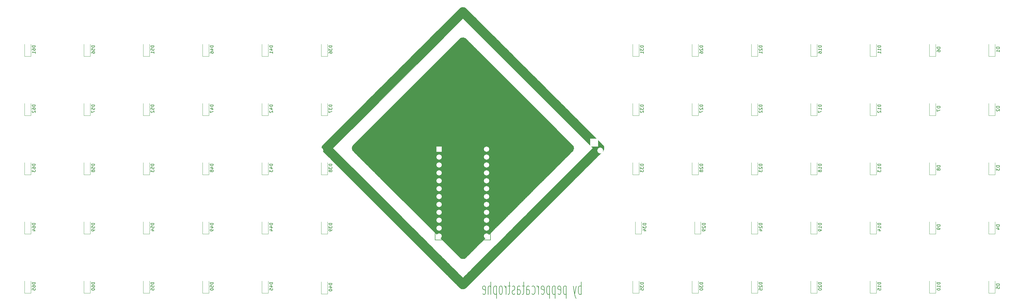
<source format=gbo>
G04 #@! TF.GenerationSoftware,KiCad,Pcbnew,(5.1.4)-1*
G04 #@! TF.CreationDate,2021-12-20T20:52:28+07:00*
G04 #@! TF.ProjectId,Eihi5x13,45696869-3578-4313-932e-6b696361645f,rev?*
G04 #@! TF.SameCoordinates,Original*
G04 #@! TF.FileFunction,Legend,Bot*
G04 #@! TF.FilePolarity,Positive*
%FSLAX46Y46*%
G04 Gerber Fmt 4.6, Leading zero omitted, Abs format (unit mm)*
G04 Created by KiCad (PCBNEW (5.1.4)-1) date 2021-12-20 20:52:28*
%MOMM*%
%LPD*%
G04 APERTURE LIST*
%ADD10C,0.150000*%
%ADD11C,0.010000*%
%ADD12C,0.120000*%
%ADD13C,1.702000*%
%ADD14R,1.702000X1.702000*%
%ADD15C,4.089800*%
%ADD16C,1.852000*%
%ADD17R,2.550000X2.500000*%
%ADD18R,1.302000X1.002000*%
G04 APERTURE END LIST*
D10*
X212659523Y-147859523D02*
X212659523Y-143859523D01*
X212659523Y-145383333D02*
X212469047Y-145192857D01*
X212088095Y-145192857D01*
X211897619Y-145383333D01*
X211802380Y-145573809D01*
X211707142Y-145954761D01*
X211707142Y-147097619D01*
X211802380Y-147478571D01*
X211897619Y-147669047D01*
X212088095Y-147859523D01*
X212469047Y-147859523D01*
X212659523Y-147669047D01*
X211040476Y-145192857D02*
X210564285Y-147859523D01*
X210088095Y-145192857D02*
X210564285Y-147859523D01*
X210754761Y-148811904D01*
X210850000Y-149002380D01*
X211040476Y-149192857D01*
X207802380Y-145192857D02*
X207802380Y-149192857D01*
X207802380Y-145383333D02*
X207611904Y-145192857D01*
X207230952Y-145192857D01*
X207040476Y-145383333D01*
X206945238Y-145573809D01*
X206850000Y-145954761D01*
X206850000Y-147097619D01*
X206945238Y-147478571D01*
X207040476Y-147669047D01*
X207230952Y-147859523D01*
X207611904Y-147859523D01*
X207802380Y-147669047D01*
X205230952Y-147669047D02*
X205421428Y-147859523D01*
X205802380Y-147859523D01*
X205992857Y-147669047D01*
X206088095Y-147288095D01*
X206088095Y-145764285D01*
X205992857Y-145383333D01*
X205802380Y-145192857D01*
X205421428Y-145192857D01*
X205230952Y-145383333D01*
X205135714Y-145764285D01*
X205135714Y-146145238D01*
X206088095Y-146526190D01*
X204278571Y-145192857D02*
X204278571Y-149192857D01*
X204278571Y-145383333D02*
X204088095Y-145192857D01*
X203707142Y-145192857D01*
X203516666Y-145383333D01*
X203421428Y-145573809D01*
X203326190Y-145954761D01*
X203326190Y-147097619D01*
X203421428Y-147478571D01*
X203516666Y-147669047D01*
X203707142Y-147859523D01*
X204088095Y-147859523D01*
X204278571Y-147669047D01*
X202469047Y-145192857D02*
X202469047Y-149192857D01*
X202469047Y-145383333D02*
X202278571Y-145192857D01*
X201897619Y-145192857D01*
X201707142Y-145383333D01*
X201611904Y-145573809D01*
X201516666Y-145954761D01*
X201516666Y-147097619D01*
X201611904Y-147478571D01*
X201707142Y-147669047D01*
X201897619Y-147859523D01*
X202278571Y-147859523D01*
X202469047Y-147669047D01*
X199897619Y-147669047D02*
X200088095Y-147859523D01*
X200469047Y-147859523D01*
X200659523Y-147669047D01*
X200754761Y-147288095D01*
X200754761Y-145764285D01*
X200659523Y-145383333D01*
X200469047Y-145192857D01*
X200088095Y-145192857D01*
X199897619Y-145383333D01*
X199802380Y-145764285D01*
X199802380Y-146145238D01*
X200754761Y-146526190D01*
X198945238Y-147859523D02*
X198945238Y-145192857D01*
X198945238Y-145954761D02*
X198850000Y-145573809D01*
X198754761Y-145383333D01*
X198564285Y-145192857D01*
X198373809Y-145192857D01*
X196850000Y-147669047D02*
X197040476Y-147859523D01*
X197421428Y-147859523D01*
X197611904Y-147669047D01*
X197707142Y-147478571D01*
X197802380Y-147097619D01*
X197802380Y-145954761D01*
X197707142Y-145573809D01*
X197611904Y-145383333D01*
X197421428Y-145192857D01*
X197040476Y-145192857D01*
X196850000Y-145383333D01*
X195135714Y-147859523D02*
X195135714Y-145764285D01*
X195230952Y-145383333D01*
X195421428Y-145192857D01*
X195802380Y-145192857D01*
X195992857Y-145383333D01*
X195135714Y-147669047D02*
X195326190Y-147859523D01*
X195802380Y-147859523D01*
X195992857Y-147669047D01*
X196088095Y-147288095D01*
X196088095Y-146907142D01*
X195992857Y-146526190D01*
X195802380Y-146335714D01*
X195326190Y-146335714D01*
X195135714Y-146145238D01*
X194469047Y-145192857D02*
X193707142Y-145192857D01*
X194183333Y-143859523D02*
X194183333Y-147288095D01*
X194088095Y-147669047D01*
X193897619Y-147859523D01*
X193707142Y-147859523D01*
X192183333Y-147859523D02*
X192183333Y-145764285D01*
X192278571Y-145383333D01*
X192469047Y-145192857D01*
X192850000Y-145192857D01*
X193040476Y-145383333D01*
X192183333Y-147669047D02*
X192373809Y-147859523D01*
X192850000Y-147859523D01*
X193040476Y-147669047D01*
X193135714Y-147288095D01*
X193135714Y-146907142D01*
X193040476Y-146526190D01*
X192850000Y-146335714D01*
X192373809Y-146335714D01*
X192183333Y-146145238D01*
X191326190Y-147669047D02*
X191135714Y-147859523D01*
X190754761Y-147859523D01*
X190564285Y-147669047D01*
X190469047Y-147288095D01*
X190469047Y-147097619D01*
X190564285Y-146716666D01*
X190754761Y-146526190D01*
X191040476Y-146526190D01*
X191230952Y-146335714D01*
X191326190Y-145954761D01*
X191326190Y-145764285D01*
X191230952Y-145383333D01*
X191040476Y-145192857D01*
X190754761Y-145192857D01*
X190564285Y-145383333D01*
X189897619Y-145192857D02*
X189135714Y-145192857D01*
X189611904Y-143859523D02*
X189611904Y-147288095D01*
X189516666Y-147669047D01*
X189326190Y-147859523D01*
X189135714Y-147859523D01*
X188469047Y-147859523D02*
X188469047Y-145192857D01*
X188469047Y-145954761D02*
X188373809Y-145573809D01*
X188278571Y-145383333D01*
X188088095Y-145192857D01*
X187897619Y-145192857D01*
X186945238Y-147859523D02*
X187135714Y-147669047D01*
X187230952Y-147478571D01*
X187326190Y-147097619D01*
X187326190Y-145954761D01*
X187230952Y-145573809D01*
X187135714Y-145383333D01*
X186945238Y-145192857D01*
X186659523Y-145192857D01*
X186469047Y-145383333D01*
X186373809Y-145573809D01*
X186278571Y-145954761D01*
X186278571Y-147097619D01*
X186373809Y-147478571D01*
X186469047Y-147669047D01*
X186659523Y-147859523D01*
X186945238Y-147859523D01*
X185421428Y-145192857D02*
X185421428Y-149192857D01*
X185421428Y-145383333D02*
X185230952Y-145192857D01*
X184850000Y-145192857D01*
X184659523Y-145383333D01*
X184564285Y-145573809D01*
X184469047Y-145954761D01*
X184469047Y-147097619D01*
X184564285Y-147478571D01*
X184659523Y-147669047D01*
X184850000Y-147859523D01*
X185230952Y-147859523D01*
X185421428Y-147669047D01*
X183611904Y-147859523D02*
X183611904Y-143859523D01*
X182754761Y-147859523D02*
X182754761Y-145764285D01*
X182850000Y-145383333D01*
X183040476Y-145192857D01*
X183326190Y-145192857D01*
X183516666Y-145383333D01*
X183611904Y-145573809D01*
X181040476Y-147669047D02*
X181230952Y-147859523D01*
X181611904Y-147859523D01*
X181802380Y-147669047D01*
X181897619Y-147288095D01*
X181897619Y-145764285D01*
X181802380Y-145383333D01*
X181611904Y-145192857D01*
X181230952Y-145192857D01*
X181040476Y-145383333D01*
X180945238Y-145764285D01*
X180945238Y-146145238D01*
X181897619Y-146526190D01*
D11*
G36*
X174878011Y-55485978D02*
G01*
X175113716Y-55542891D01*
X175335209Y-55639081D01*
X175545587Y-55775639D01*
X175583534Y-55805413D01*
X175604074Y-55824863D01*
X175654013Y-55873728D01*
X175732824Y-55951480D01*
X175839977Y-56057592D01*
X175974946Y-56191538D01*
X176137203Y-56352790D01*
X176326219Y-56540821D01*
X176541468Y-56755104D01*
X176782422Y-56995111D01*
X177048552Y-57260316D01*
X177339331Y-57550191D01*
X177654232Y-57864210D01*
X177992726Y-58201844D01*
X178354286Y-58562567D01*
X178738384Y-58945852D01*
X179144492Y-59351172D01*
X179572083Y-59777999D01*
X180020629Y-60225806D01*
X180489601Y-60694066D01*
X180978473Y-61182253D01*
X181486717Y-61689838D01*
X182013804Y-62216295D01*
X182559208Y-62761096D01*
X183122400Y-63323715D01*
X183702852Y-63903623D01*
X184300037Y-64500295D01*
X184913427Y-65113203D01*
X185542495Y-65741819D01*
X186186712Y-66385618D01*
X186845551Y-67044070D01*
X187518484Y-67716650D01*
X188204983Y-68402830D01*
X188904521Y-69102083D01*
X189616570Y-69813881D01*
X190340602Y-70537699D01*
X191076089Y-71273008D01*
X191822504Y-72019281D01*
X192579318Y-72775992D01*
X193346005Y-73542612D01*
X194122036Y-74318616D01*
X194906884Y-75103475D01*
X195700021Y-75896663D01*
X196500918Y-76697652D01*
X197309049Y-77505915D01*
X197699485Y-77896430D01*
X198688147Y-78885309D01*
X199647307Y-79844695D01*
X200577403Y-80775027D01*
X201478870Y-81676743D01*
X202352147Y-82550281D01*
X203197669Y-83396078D01*
X204015874Y-84214573D01*
X204807197Y-85006204D01*
X205572076Y-85771408D01*
X206310947Y-86510624D01*
X207024247Y-87224290D01*
X207712413Y-87912844D01*
X208375881Y-88576724D01*
X209015088Y-89216368D01*
X209630471Y-89832213D01*
X210222466Y-90424698D01*
X210791511Y-90994261D01*
X211338041Y-91541341D01*
X211862494Y-92066374D01*
X212365307Y-92569799D01*
X212846915Y-93052054D01*
X213307756Y-93513577D01*
X213748266Y-93954806D01*
X214168882Y-94376179D01*
X214570041Y-94778134D01*
X214952180Y-95161109D01*
X215315735Y-95525542D01*
X215661142Y-95871871D01*
X215988839Y-96200535D01*
X216299262Y-96511971D01*
X216592848Y-96806616D01*
X216870034Y-97084910D01*
X217131256Y-97347290D01*
X217376951Y-97594195D01*
X217607556Y-97826061D01*
X217823507Y-98043328D01*
X218025241Y-98246433D01*
X218213195Y-98435815D01*
X218387806Y-98611911D01*
X218549509Y-98775159D01*
X218698743Y-98925997D01*
X218835943Y-99064864D01*
X218961547Y-99192197D01*
X219075990Y-99308435D01*
X219179710Y-99414015D01*
X219273144Y-99509375D01*
X219356727Y-99594954D01*
X219430898Y-99671189D01*
X219496091Y-99738519D01*
X219552745Y-99797381D01*
X219601296Y-99848214D01*
X219642181Y-99891456D01*
X219675835Y-99927544D01*
X219702697Y-99956916D01*
X219723202Y-99980011D01*
X219737787Y-99997267D01*
X219746890Y-100009122D01*
X219749579Y-100013259D01*
X219836907Y-100178542D01*
X219897409Y-100334066D01*
X219935466Y-100495033D01*
X219955461Y-100676647D01*
X219958639Y-100738568D01*
X219962040Y-100871979D01*
X219959358Y-100976490D01*
X219949759Y-101065206D01*
X219932409Y-101151234D01*
X219932389Y-101151318D01*
X219869919Y-101350521D01*
X219782875Y-101543160D01*
X219709227Y-101667468D01*
X219691680Y-101686334D01*
X219644828Y-101734485D01*
X219569309Y-101811284D01*
X219465763Y-101916090D01*
X219334829Y-102048266D01*
X219177144Y-102207172D01*
X218993348Y-102392169D01*
X218784079Y-102602618D01*
X218549976Y-102837881D01*
X218291678Y-103097319D01*
X218009823Y-103380292D01*
X217705051Y-103686161D01*
X217377999Y-104014289D01*
X217029307Y-104364035D01*
X216659614Y-104734762D01*
X216269557Y-105125829D01*
X215859776Y-105536599D01*
X215430909Y-105966432D01*
X214983596Y-106414689D01*
X214518474Y-106880732D01*
X214036183Y-107363921D01*
X213537361Y-107863618D01*
X213022647Y-108379183D01*
X212492680Y-108909979D01*
X211948098Y-109455365D01*
X211389541Y-110014703D01*
X210817646Y-110587354D01*
X210233052Y-111172680D01*
X209636399Y-111770040D01*
X209028325Y-112378797D01*
X208409468Y-112998311D01*
X207780468Y-113627944D01*
X207141963Y-114267056D01*
X206494591Y-114915010D01*
X205838992Y-115571164D01*
X205175804Y-116234882D01*
X204505666Y-116905524D01*
X203829217Y-117582450D01*
X203147095Y-118265023D01*
X202459939Y-118952603D01*
X201768388Y-119644551D01*
X201073080Y-120340229D01*
X200374654Y-121038997D01*
X199673750Y-121740217D01*
X198971004Y-122443250D01*
X198267058Y-123147456D01*
X197562548Y-123852197D01*
X196858113Y-124556834D01*
X196154393Y-125260728D01*
X195452027Y-125963240D01*
X194751652Y-126663731D01*
X194053907Y-127361562D01*
X193359432Y-128056095D01*
X192668865Y-128746691D01*
X191982845Y-129432710D01*
X191302009Y-130113513D01*
X190626998Y-130788463D01*
X189958450Y-131456919D01*
X189297003Y-132118243D01*
X188643297Y-132771796D01*
X187997969Y-133416939D01*
X187361659Y-134053033D01*
X186735005Y-134679440D01*
X186118646Y-135295520D01*
X185513222Y-135900634D01*
X184919369Y-136494144D01*
X184337728Y-137075411D01*
X183768936Y-137643795D01*
X183213634Y-138198658D01*
X182672458Y-138739361D01*
X182146048Y-139265265D01*
X181635044Y-139775731D01*
X181140082Y-140270120D01*
X180661803Y-140747794D01*
X180200845Y-141208112D01*
X179757846Y-141650437D01*
X179333445Y-142074130D01*
X178928282Y-142478552D01*
X178542994Y-142863063D01*
X178178220Y-143227024D01*
X177834600Y-143569798D01*
X177512771Y-143890745D01*
X177213373Y-144189225D01*
X176937044Y-144464601D01*
X176684423Y-144716233D01*
X176456149Y-144943483D01*
X176252860Y-145145710D01*
X176075195Y-145322278D01*
X175923793Y-145472546D01*
X175799293Y-145595875D01*
X175702332Y-145691628D01*
X175633551Y-145759164D01*
X175593587Y-145797845D01*
X175583534Y-145807078D01*
X175377225Y-145950173D01*
X175161743Y-146052906D01*
X174932863Y-146116749D01*
X174686361Y-146143174D01*
X174616323Y-146144085D01*
X174414599Y-146132479D01*
X174244000Y-146101681D01*
X174024982Y-146027129D01*
X173822908Y-145919913D01*
X173666466Y-145807078D01*
X173644808Y-145786726D01*
X173593933Y-145737120D01*
X173514481Y-145658899D01*
X173407090Y-145552702D01*
X173272398Y-145419168D01*
X173111046Y-145258936D01*
X172923671Y-145072645D01*
X172710912Y-144860933D01*
X172473408Y-144624441D01*
X172211798Y-144363805D01*
X171926719Y-144079667D01*
X171618812Y-143772663D01*
X171288714Y-143443434D01*
X170937065Y-143092619D01*
X170564503Y-142720855D01*
X170171666Y-142328782D01*
X169759194Y-141917040D01*
X169327725Y-141486266D01*
X168877898Y-141037100D01*
X168410352Y-140570180D01*
X167925725Y-140086146D01*
X167424656Y-139585637D01*
X166907784Y-139069291D01*
X166375747Y-138537747D01*
X165829185Y-137991645D01*
X165268735Y-137431623D01*
X164695037Y-136858319D01*
X164108729Y-136272374D01*
X163510450Y-135674426D01*
X162900839Y-135065113D01*
X162280534Y-134445075D01*
X161650174Y-133814951D01*
X161010399Y-133175379D01*
X160361845Y-132526999D01*
X159705153Y-131870449D01*
X159040961Y-131206368D01*
X158369908Y-130535395D01*
X157692632Y-129858170D01*
X157009772Y-129175330D01*
X156321967Y-128487515D01*
X155629855Y-127795364D01*
X154934076Y-127099516D01*
X154235268Y-126400610D01*
X153534069Y-125699283D01*
X152831118Y-124996177D01*
X152127055Y-124291929D01*
X151422517Y-123587178D01*
X150718144Y-122882563D01*
X150014574Y-122178723D01*
X149312446Y-121476297D01*
X148612398Y-120775924D01*
X147915070Y-120078243D01*
X147221100Y-119383893D01*
X146531127Y-118693512D01*
X145845788Y-118007740D01*
X145165725Y-117327215D01*
X144491574Y-116652577D01*
X143823974Y-115984464D01*
X143163565Y-115323515D01*
X142510985Y-114670369D01*
X141866872Y-114025666D01*
X141231866Y-113390043D01*
X140606605Y-112764140D01*
X139991728Y-112148596D01*
X139387873Y-111544049D01*
X138795680Y-110951139D01*
X138215787Y-110370504D01*
X137648832Y-109802784D01*
X137095454Y-109248617D01*
X136556293Y-108708643D01*
X136031986Y-108183499D01*
X135523173Y-107673826D01*
X135030492Y-107180261D01*
X134554582Y-106703444D01*
X134096082Y-106244015D01*
X133655630Y-105802610D01*
X133233865Y-105379871D01*
X132831426Y-104976434D01*
X132448951Y-104592941D01*
X132087080Y-104230028D01*
X131746450Y-103888336D01*
X131427701Y-103568503D01*
X131131471Y-103271168D01*
X130858399Y-102996969D01*
X130609124Y-102746547D01*
X130384284Y-102520540D01*
X130184519Y-102319586D01*
X130010466Y-102144325D01*
X129862765Y-101995395D01*
X129742054Y-101873436D01*
X129648972Y-101779086D01*
X129584158Y-101712984D01*
X129548250Y-101675770D01*
X129540773Y-101667468D01*
X129420079Y-101452587D01*
X129338430Y-101225806D01*
X129294684Y-100983252D01*
X129286107Y-100806247D01*
X132916089Y-100806247D01*
X153765249Y-121655415D01*
X154555150Y-122445309D01*
X155337876Y-123228013D01*
X156112890Y-124002991D01*
X156879656Y-124769705D01*
X157637636Y-125527620D01*
X158386293Y-126276197D01*
X159125089Y-127014901D01*
X159853488Y-127743193D01*
X160570951Y-128460538D01*
X161276943Y-129166398D01*
X161970926Y-129860236D01*
X162652362Y-130541515D01*
X163320714Y-131209699D01*
X163975446Y-131864251D01*
X164616019Y-132504633D01*
X165241898Y-133130308D01*
X165852543Y-133740741D01*
X166447420Y-134335393D01*
X167025989Y-134913728D01*
X167587714Y-135475208D01*
X168132058Y-136019298D01*
X168658484Y-136545460D01*
X169166454Y-137053157D01*
X169655431Y-137541853D01*
X170124878Y-138011009D01*
X170574258Y-138460090D01*
X171003033Y-138888558D01*
X171410667Y-139295877D01*
X171796622Y-139681509D01*
X172160360Y-140044918D01*
X172501346Y-140385567D01*
X172819041Y-140702918D01*
X173112908Y-140996435D01*
X173382410Y-141265581D01*
X173627011Y-141509820D01*
X173846172Y-141728613D01*
X174039356Y-141921424D01*
X174206027Y-142087716D01*
X174345647Y-142226953D01*
X174457679Y-142338597D01*
X174541585Y-142422111D01*
X174596829Y-142476959D01*
X174622874Y-142502604D01*
X174625000Y-142504584D01*
X174640280Y-142489705D01*
X174684955Y-142445428D01*
X174758488Y-142372288D01*
X174860342Y-142270824D01*
X174989980Y-142141571D01*
X175146864Y-141985067D01*
X175330457Y-141801849D01*
X175540223Y-141592453D01*
X175775623Y-141357417D01*
X176036121Y-141097278D01*
X176321180Y-140812572D01*
X176630261Y-140503836D01*
X176962829Y-140171607D01*
X177318346Y-139816423D01*
X177696274Y-139438820D01*
X178096077Y-139039335D01*
X178517217Y-138618504D01*
X178959157Y-138176866D01*
X179421360Y-137714957D01*
X179903289Y-137233313D01*
X180404406Y-136732472D01*
X180924174Y-136212971D01*
X181462057Y-135675346D01*
X182017516Y-135120135D01*
X182590015Y-134547874D01*
X183179016Y-133959101D01*
X183783983Y-133354352D01*
X184404377Y-132734164D01*
X185039662Y-132099074D01*
X185689302Y-131449620D01*
X186352757Y-130786337D01*
X187029492Y-130109763D01*
X187718968Y-129420436D01*
X188420650Y-128718891D01*
X189133999Y-128005665D01*
X189858478Y-127281297D01*
X190593551Y-126546321D01*
X191338680Y-125801277D01*
X192093328Y-125046700D01*
X192856957Y-124283127D01*
X193629030Y-123511096D01*
X194409011Y-122731142D01*
X195196362Y-121943804D01*
X195484752Y-121655415D01*
X216333911Y-100806247D01*
X174625000Y-59097336D01*
X153770545Y-79951792D01*
X132916089Y-100806247D01*
X129286107Y-100806247D01*
X129286000Y-100804053D01*
X129302912Y-100557527D01*
X129355072Y-100330022D01*
X129444615Y-100114184D01*
X129528164Y-99969990D01*
X129543317Y-99952617D01*
X129580704Y-99913064D01*
X129640514Y-99851144D01*
X129722935Y-99766668D01*
X129828155Y-99659447D01*
X129956361Y-99529293D01*
X130107742Y-99376018D01*
X130282485Y-99199435D01*
X130480778Y-98999353D01*
X130702809Y-98775586D01*
X130948765Y-98527945D01*
X131218835Y-98256241D01*
X131513207Y-97960287D01*
X131832068Y-97639894D01*
X132175605Y-97294874D01*
X132544008Y-96925039D01*
X132937464Y-96530200D01*
X133356160Y-96110168D01*
X133800284Y-95664757D01*
X134270025Y-95193777D01*
X134765570Y-94697041D01*
X135287107Y-94174359D01*
X135834824Y-93625544D01*
X136408908Y-93050408D01*
X137009548Y-92448762D01*
X137636931Y-91820417D01*
X138291246Y-91165187D01*
X138972679Y-90482881D01*
X139681419Y-89773313D01*
X140417654Y-89036293D01*
X141181571Y-88271635D01*
X141973359Y-87479148D01*
X142793205Y-86658645D01*
X143641297Y-85809938D01*
X144517823Y-84932839D01*
X145422971Y-84027159D01*
X146356928Y-83092710D01*
X147319882Y-82129303D01*
X148312022Y-81136751D01*
X149333535Y-80114865D01*
X150384609Y-79063457D01*
X151465432Y-77982338D01*
X151561899Y-77885846D01*
X152373097Y-77074466D01*
X153177316Y-76270107D01*
X153974027Y-75473297D01*
X154762702Y-74684562D01*
X155542813Y-73904431D01*
X156313834Y-73133431D01*
X157075235Y-72372088D01*
X157826488Y-71620931D01*
X158567067Y-70880486D01*
X159296444Y-70151280D01*
X160014089Y-69433842D01*
X160719476Y-68728698D01*
X161412076Y-68036376D01*
X162091362Y-67357402D01*
X162756806Y-66692305D01*
X163407879Y-66041611D01*
X164044055Y-65405849D01*
X164664805Y-64785544D01*
X165269601Y-64181225D01*
X165857916Y-63593418D01*
X166429221Y-63022651D01*
X166982989Y-62469452D01*
X167518692Y-61934347D01*
X168035801Y-61417864D01*
X168533790Y-60920531D01*
X169012130Y-60442874D01*
X169470293Y-59985420D01*
X169907752Y-59548698D01*
X170323978Y-59133234D01*
X170718444Y-58739555D01*
X171090621Y-58368190D01*
X171439983Y-58019665D01*
X171766001Y-57694507D01*
X172068147Y-57393245D01*
X172345893Y-57116404D01*
X172598712Y-56864513D01*
X172826075Y-56638099D01*
X173027455Y-56437688D01*
X173202324Y-56263809D01*
X173350154Y-56116989D01*
X173470417Y-55997754D01*
X173562586Y-55906633D01*
X173626131Y-55844152D01*
X173660526Y-55810840D01*
X173666466Y-55805413D01*
X173875128Y-55661267D01*
X174094331Y-55557692D01*
X174327174Y-55493596D01*
X174576750Y-55467886D01*
X174625000Y-55467250D01*
X174878011Y-55485978D01*
X174878011Y-55485978D01*
G37*
X174878011Y-55485978D02*
X175113716Y-55542891D01*
X175335209Y-55639081D01*
X175545587Y-55775639D01*
X175583534Y-55805413D01*
X175604074Y-55824863D01*
X175654013Y-55873728D01*
X175732824Y-55951480D01*
X175839977Y-56057592D01*
X175974946Y-56191538D01*
X176137203Y-56352790D01*
X176326219Y-56540821D01*
X176541468Y-56755104D01*
X176782422Y-56995111D01*
X177048552Y-57260316D01*
X177339331Y-57550191D01*
X177654232Y-57864210D01*
X177992726Y-58201844D01*
X178354286Y-58562567D01*
X178738384Y-58945852D01*
X179144492Y-59351172D01*
X179572083Y-59777999D01*
X180020629Y-60225806D01*
X180489601Y-60694066D01*
X180978473Y-61182253D01*
X181486717Y-61689838D01*
X182013804Y-62216295D01*
X182559208Y-62761096D01*
X183122400Y-63323715D01*
X183702852Y-63903623D01*
X184300037Y-64500295D01*
X184913427Y-65113203D01*
X185542495Y-65741819D01*
X186186712Y-66385618D01*
X186845551Y-67044070D01*
X187518484Y-67716650D01*
X188204983Y-68402830D01*
X188904521Y-69102083D01*
X189616570Y-69813881D01*
X190340602Y-70537699D01*
X191076089Y-71273008D01*
X191822504Y-72019281D01*
X192579318Y-72775992D01*
X193346005Y-73542612D01*
X194122036Y-74318616D01*
X194906884Y-75103475D01*
X195700021Y-75896663D01*
X196500918Y-76697652D01*
X197309049Y-77505915D01*
X197699485Y-77896430D01*
X198688147Y-78885309D01*
X199647307Y-79844695D01*
X200577403Y-80775027D01*
X201478870Y-81676743D01*
X202352147Y-82550281D01*
X203197669Y-83396078D01*
X204015874Y-84214573D01*
X204807197Y-85006204D01*
X205572076Y-85771408D01*
X206310947Y-86510624D01*
X207024247Y-87224290D01*
X207712413Y-87912844D01*
X208375881Y-88576724D01*
X209015088Y-89216368D01*
X209630471Y-89832213D01*
X210222466Y-90424698D01*
X210791511Y-90994261D01*
X211338041Y-91541341D01*
X211862494Y-92066374D01*
X212365307Y-92569799D01*
X212846915Y-93052054D01*
X213307756Y-93513577D01*
X213748266Y-93954806D01*
X214168882Y-94376179D01*
X214570041Y-94778134D01*
X214952180Y-95161109D01*
X215315735Y-95525542D01*
X215661142Y-95871871D01*
X215988839Y-96200535D01*
X216299262Y-96511971D01*
X216592848Y-96806616D01*
X216870034Y-97084910D01*
X217131256Y-97347290D01*
X217376951Y-97594195D01*
X217607556Y-97826061D01*
X217823507Y-98043328D01*
X218025241Y-98246433D01*
X218213195Y-98435815D01*
X218387806Y-98611911D01*
X218549509Y-98775159D01*
X218698743Y-98925997D01*
X218835943Y-99064864D01*
X218961547Y-99192197D01*
X219075990Y-99308435D01*
X219179710Y-99414015D01*
X219273144Y-99509375D01*
X219356727Y-99594954D01*
X219430898Y-99671189D01*
X219496091Y-99738519D01*
X219552745Y-99797381D01*
X219601296Y-99848214D01*
X219642181Y-99891456D01*
X219675835Y-99927544D01*
X219702697Y-99956916D01*
X219723202Y-99980011D01*
X219737787Y-99997267D01*
X219746890Y-100009122D01*
X219749579Y-100013259D01*
X219836907Y-100178542D01*
X219897409Y-100334066D01*
X219935466Y-100495033D01*
X219955461Y-100676647D01*
X219958639Y-100738568D01*
X219962040Y-100871979D01*
X219959358Y-100976490D01*
X219949759Y-101065206D01*
X219932409Y-101151234D01*
X219932389Y-101151318D01*
X219869919Y-101350521D01*
X219782875Y-101543160D01*
X219709227Y-101667468D01*
X219691680Y-101686334D01*
X219644828Y-101734485D01*
X219569309Y-101811284D01*
X219465763Y-101916090D01*
X219334829Y-102048266D01*
X219177144Y-102207172D01*
X218993348Y-102392169D01*
X218784079Y-102602618D01*
X218549976Y-102837881D01*
X218291678Y-103097319D01*
X218009823Y-103380292D01*
X217705051Y-103686161D01*
X217377999Y-104014289D01*
X217029307Y-104364035D01*
X216659614Y-104734762D01*
X216269557Y-105125829D01*
X215859776Y-105536599D01*
X215430909Y-105966432D01*
X214983596Y-106414689D01*
X214518474Y-106880732D01*
X214036183Y-107363921D01*
X213537361Y-107863618D01*
X213022647Y-108379183D01*
X212492680Y-108909979D01*
X211948098Y-109455365D01*
X211389541Y-110014703D01*
X210817646Y-110587354D01*
X210233052Y-111172680D01*
X209636399Y-111770040D01*
X209028325Y-112378797D01*
X208409468Y-112998311D01*
X207780468Y-113627944D01*
X207141963Y-114267056D01*
X206494591Y-114915010D01*
X205838992Y-115571164D01*
X205175804Y-116234882D01*
X204505666Y-116905524D01*
X203829217Y-117582450D01*
X203147095Y-118265023D01*
X202459939Y-118952603D01*
X201768388Y-119644551D01*
X201073080Y-120340229D01*
X200374654Y-121038997D01*
X199673750Y-121740217D01*
X198971004Y-122443250D01*
X198267058Y-123147456D01*
X197562548Y-123852197D01*
X196858113Y-124556834D01*
X196154393Y-125260728D01*
X195452027Y-125963240D01*
X194751652Y-126663731D01*
X194053907Y-127361562D01*
X193359432Y-128056095D01*
X192668865Y-128746691D01*
X191982845Y-129432710D01*
X191302009Y-130113513D01*
X190626998Y-130788463D01*
X189958450Y-131456919D01*
X189297003Y-132118243D01*
X188643297Y-132771796D01*
X187997969Y-133416939D01*
X187361659Y-134053033D01*
X186735005Y-134679440D01*
X186118646Y-135295520D01*
X185513222Y-135900634D01*
X184919369Y-136494144D01*
X184337728Y-137075411D01*
X183768936Y-137643795D01*
X183213634Y-138198658D01*
X182672458Y-138739361D01*
X182146048Y-139265265D01*
X181635044Y-139775731D01*
X181140082Y-140270120D01*
X180661803Y-140747794D01*
X180200845Y-141208112D01*
X179757846Y-141650437D01*
X179333445Y-142074130D01*
X178928282Y-142478552D01*
X178542994Y-142863063D01*
X178178220Y-143227024D01*
X177834600Y-143569798D01*
X177512771Y-143890745D01*
X177213373Y-144189225D01*
X176937044Y-144464601D01*
X176684423Y-144716233D01*
X176456149Y-144943483D01*
X176252860Y-145145710D01*
X176075195Y-145322278D01*
X175923793Y-145472546D01*
X175799293Y-145595875D01*
X175702332Y-145691628D01*
X175633551Y-145759164D01*
X175593587Y-145797845D01*
X175583534Y-145807078D01*
X175377225Y-145950173D01*
X175161743Y-146052906D01*
X174932863Y-146116749D01*
X174686361Y-146143174D01*
X174616323Y-146144085D01*
X174414599Y-146132479D01*
X174244000Y-146101681D01*
X174024982Y-146027129D01*
X173822908Y-145919913D01*
X173666466Y-145807078D01*
X173644808Y-145786726D01*
X173593933Y-145737120D01*
X173514481Y-145658899D01*
X173407090Y-145552702D01*
X173272398Y-145419168D01*
X173111046Y-145258936D01*
X172923671Y-145072645D01*
X172710912Y-144860933D01*
X172473408Y-144624441D01*
X172211798Y-144363805D01*
X171926719Y-144079667D01*
X171618812Y-143772663D01*
X171288714Y-143443434D01*
X170937065Y-143092619D01*
X170564503Y-142720855D01*
X170171666Y-142328782D01*
X169759194Y-141917040D01*
X169327725Y-141486266D01*
X168877898Y-141037100D01*
X168410352Y-140570180D01*
X167925725Y-140086146D01*
X167424656Y-139585637D01*
X166907784Y-139069291D01*
X166375747Y-138537747D01*
X165829185Y-137991645D01*
X165268735Y-137431623D01*
X164695037Y-136858319D01*
X164108729Y-136272374D01*
X163510450Y-135674426D01*
X162900839Y-135065113D01*
X162280534Y-134445075D01*
X161650174Y-133814951D01*
X161010399Y-133175379D01*
X160361845Y-132526999D01*
X159705153Y-131870449D01*
X159040961Y-131206368D01*
X158369908Y-130535395D01*
X157692632Y-129858170D01*
X157009772Y-129175330D01*
X156321967Y-128487515D01*
X155629855Y-127795364D01*
X154934076Y-127099516D01*
X154235268Y-126400610D01*
X153534069Y-125699283D01*
X152831118Y-124996177D01*
X152127055Y-124291929D01*
X151422517Y-123587178D01*
X150718144Y-122882563D01*
X150014574Y-122178723D01*
X149312446Y-121476297D01*
X148612398Y-120775924D01*
X147915070Y-120078243D01*
X147221100Y-119383893D01*
X146531127Y-118693512D01*
X145845788Y-118007740D01*
X145165725Y-117327215D01*
X144491574Y-116652577D01*
X143823974Y-115984464D01*
X143163565Y-115323515D01*
X142510985Y-114670369D01*
X141866872Y-114025666D01*
X141231866Y-113390043D01*
X140606605Y-112764140D01*
X139991728Y-112148596D01*
X139387873Y-111544049D01*
X138795680Y-110951139D01*
X138215787Y-110370504D01*
X137648832Y-109802784D01*
X137095454Y-109248617D01*
X136556293Y-108708643D01*
X136031986Y-108183499D01*
X135523173Y-107673826D01*
X135030492Y-107180261D01*
X134554582Y-106703444D01*
X134096082Y-106244015D01*
X133655630Y-105802610D01*
X133233865Y-105379871D01*
X132831426Y-104976434D01*
X132448951Y-104592941D01*
X132087080Y-104230028D01*
X131746450Y-103888336D01*
X131427701Y-103568503D01*
X131131471Y-103271168D01*
X130858399Y-102996969D01*
X130609124Y-102746547D01*
X130384284Y-102520540D01*
X130184519Y-102319586D01*
X130010466Y-102144325D01*
X129862765Y-101995395D01*
X129742054Y-101873436D01*
X129648972Y-101779086D01*
X129584158Y-101712984D01*
X129548250Y-101675770D01*
X129540773Y-101667468D01*
X129420079Y-101452587D01*
X129338430Y-101225806D01*
X129294684Y-100983252D01*
X129286107Y-100806247D01*
X132916089Y-100806247D01*
X153765249Y-121655415D01*
X154555150Y-122445309D01*
X155337876Y-123228013D01*
X156112890Y-124002991D01*
X156879656Y-124769705D01*
X157637636Y-125527620D01*
X158386293Y-126276197D01*
X159125089Y-127014901D01*
X159853488Y-127743193D01*
X160570951Y-128460538D01*
X161276943Y-129166398D01*
X161970926Y-129860236D01*
X162652362Y-130541515D01*
X163320714Y-131209699D01*
X163975446Y-131864251D01*
X164616019Y-132504633D01*
X165241898Y-133130308D01*
X165852543Y-133740741D01*
X166447420Y-134335393D01*
X167025989Y-134913728D01*
X167587714Y-135475208D01*
X168132058Y-136019298D01*
X168658484Y-136545460D01*
X169166454Y-137053157D01*
X169655431Y-137541853D01*
X170124878Y-138011009D01*
X170574258Y-138460090D01*
X171003033Y-138888558D01*
X171410667Y-139295877D01*
X171796622Y-139681509D01*
X172160360Y-140044918D01*
X172501346Y-140385567D01*
X172819041Y-140702918D01*
X173112908Y-140996435D01*
X173382410Y-141265581D01*
X173627011Y-141509820D01*
X173846172Y-141728613D01*
X174039356Y-141921424D01*
X174206027Y-142087716D01*
X174345647Y-142226953D01*
X174457679Y-142338597D01*
X174541585Y-142422111D01*
X174596829Y-142476959D01*
X174622874Y-142502604D01*
X174625000Y-142504584D01*
X174640280Y-142489705D01*
X174684955Y-142445428D01*
X174758488Y-142372288D01*
X174860342Y-142270824D01*
X174989980Y-142141571D01*
X175146864Y-141985067D01*
X175330457Y-141801849D01*
X175540223Y-141592453D01*
X175775623Y-141357417D01*
X176036121Y-141097278D01*
X176321180Y-140812572D01*
X176630261Y-140503836D01*
X176962829Y-140171607D01*
X177318346Y-139816423D01*
X177696274Y-139438820D01*
X178096077Y-139039335D01*
X178517217Y-138618504D01*
X178959157Y-138176866D01*
X179421360Y-137714957D01*
X179903289Y-137233313D01*
X180404406Y-136732472D01*
X180924174Y-136212971D01*
X181462057Y-135675346D01*
X182017516Y-135120135D01*
X182590015Y-134547874D01*
X183179016Y-133959101D01*
X183783983Y-133354352D01*
X184404377Y-132734164D01*
X185039662Y-132099074D01*
X185689302Y-131449620D01*
X186352757Y-130786337D01*
X187029492Y-130109763D01*
X187718968Y-129420436D01*
X188420650Y-128718891D01*
X189133999Y-128005665D01*
X189858478Y-127281297D01*
X190593551Y-126546321D01*
X191338680Y-125801277D01*
X192093328Y-125046700D01*
X192856957Y-124283127D01*
X193629030Y-123511096D01*
X194409011Y-122731142D01*
X195196362Y-121943804D01*
X195484752Y-121655415D01*
X216333911Y-100806247D01*
X174625000Y-59097336D01*
X153770545Y-79951792D01*
X132916089Y-100806247D01*
X129286107Y-100806247D01*
X129286000Y-100804053D01*
X129302912Y-100557527D01*
X129355072Y-100330022D01*
X129444615Y-100114184D01*
X129528164Y-99969990D01*
X129543317Y-99952617D01*
X129580704Y-99913064D01*
X129640514Y-99851144D01*
X129722935Y-99766668D01*
X129828155Y-99659447D01*
X129956361Y-99529293D01*
X130107742Y-99376018D01*
X130282485Y-99199435D01*
X130480778Y-98999353D01*
X130702809Y-98775586D01*
X130948765Y-98527945D01*
X131218835Y-98256241D01*
X131513207Y-97960287D01*
X131832068Y-97639894D01*
X132175605Y-97294874D01*
X132544008Y-96925039D01*
X132937464Y-96530200D01*
X133356160Y-96110168D01*
X133800284Y-95664757D01*
X134270025Y-95193777D01*
X134765570Y-94697041D01*
X135287107Y-94174359D01*
X135834824Y-93625544D01*
X136408908Y-93050408D01*
X137009548Y-92448762D01*
X137636931Y-91820417D01*
X138291246Y-91165187D01*
X138972679Y-90482881D01*
X139681419Y-89773313D01*
X140417654Y-89036293D01*
X141181571Y-88271635D01*
X141973359Y-87479148D01*
X142793205Y-86658645D01*
X143641297Y-85809938D01*
X144517823Y-84932839D01*
X145422971Y-84027159D01*
X146356928Y-83092710D01*
X147319882Y-82129303D01*
X148312022Y-81136751D01*
X149333535Y-80114865D01*
X150384609Y-79063457D01*
X151465432Y-77982338D01*
X151561899Y-77885846D01*
X152373097Y-77074466D01*
X153177316Y-76270107D01*
X153974027Y-75473297D01*
X154762702Y-74684562D01*
X155542813Y-73904431D01*
X156313834Y-73133431D01*
X157075235Y-72372088D01*
X157826488Y-71620931D01*
X158567067Y-70880486D01*
X159296444Y-70151280D01*
X160014089Y-69433842D01*
X160719476Y-68728698D01*
X161412076Y-68036376D01*
X162091362Y-67357402D01*
X162756806Y-66692305D01*
X163407879Y-66041611D01*
X164044055Y-65405849D01*
X164664805Y-64785544D01*
X165269601Y-64181225D01*
X165857916Y-63593418D01*
X166429221Y-63022651D01*
X166982989Y-62469452D01*
X167518692Y-61934347D01*
X168035801Y-61417864D01*
X168533790Y-60920531D01*
X169012130Y-60442874D01*
X169470293Y-59985420D01*
X169907752Y-59548698D01*
X170323978Y-59133234D01*
X170718444Y-58739555D01*
X171090621Y-58368190D01*
X171439983Y-58019665D01*
X171766001Y-57694507D01*
X172068147Y-57393245D01*
X172345893Y-57116404D01*
X172598712Y-56864513D01*
X172826075Y-56638099D01*
X173027455Y-56437688D01*
X173202324Y-56263809D01*
X173350154Y-56116989D01*
X173470417Y-55997754D01*
X173562586Y-55906633D01*
X173626131Y-55844152D01*
X173660526Y-55810840D01*
X173666466Y-55805413D01*
X173875128Y-55661267D01*
X174094331Y-55557692D01*
X174327174Y-55493596D01*
X174576750Y-55467886D01*
X174625000Y-55467250D01*
X174878011Y-55485978D01*
G36*
X174918121Y-65229157D02*
G01*
X175153467Y-65296555D01*
X175379068Y-65404054D01*
X175450500Y-65448105D01*
X175466277Y-65461315D01*
X175498755Y-65491313D01*
X175548270Y-65538434D01*
X175615157Y-65603013D01*
X175699752Y-65685382D01*
X175802389Y-65785879D01*
X175923405Y-65904835D01*
X176063134Y-66042587D01*
X176221912Y-66199469D01*
X176400074Y-66375815D01*
X176597955Y-66571960D01*
X176815891Y-66788237D01*
X177054217Y-67024983D01*
X177313269Y-67282531D01*
X177593382Y-67561215D01*
X177894890Y-67861371D01*
X178218130Y-68183332D01*
X178563437Y-68527433D01*
X178931146Y-68894010D01*
X179321593Y-69283395D01*
X179735112Y-69695924D01*
X180172039Y-70131931D01*
X180632710Y-70591751D01*
X181117460Y-71075718D01*
X181626624Y-71584167D01*
X182160537Y-72117432D01*
X182719535Y-72675848D01*
X183303953Y-73259749D01*
X183914127Y-73869469D01*
X184550391Y-74505344D01*
X185213082Y-75167707D01*
X185902534Y-75856894D01*
X186619082Y-76573238D01*
X187363063Y-77317074D01*
X188134812Y-78088737D01*
X188934663Y-78888561D01*
X189762952Y-79716881D01*
X190620015Y-80574031D01*
X191506187Y-81460346D01*
X192421803Y-82376160D01*
X192778491Y-82732938D01*
X209968898Y-99927834D01*
X210066832Y-100128917D01*
X210161751Y-100369004D01*
X210215811Y-100613040D01*
X210229203Y-100857599D01*
X210202118Y-101099256D01*
X210134746Y-101334584D01*
X210027279Y-101560158D01*
X209983129Y-101631750D01*
X209963840Y-101653357D01*
X209915323Y-101704131D01*
X209838302Y-101783348D01*
X209733501Y-101890286D01*
X209601644Y-102024220D01*
X209443454Y-102184426D01*
X209259656Y-102370181D01*
X209050972Y-102580761D01*
X208818128Y-102815442D01*
X208561847Y-103073500D01*
X208282853Y-103354212D01*
X207981870Y-103656853D01*
X207659621Y-103980701D01*
X207316831Y-104325031D01*
X206954223Y-104689119D01*
X206572521Y-105072242D01*
X206172449Y-105473676D01*
X205754731Y-105892697D01*
X205320091Y-106328581D01*
X204869253Y-106780605D01*
X204402940Y-107248045D01*
X203921876Y-107730177D01*
X203426786Y-108226277D01*
X202918392Y-108735621D01*
X202397420Y-109257487D01*
X201864592Y-109791149D01*
X201320634Y-110335884D01*
X200766267Y-110890969D01*
X200202217Y-111455680D01*
X199629207Y-112029292D01*
X199047962Y-112611082D01*
X198459204Y-113200327D01*
X197863658Y-113796302D01*
X197262048Y-114398284D01*
X196655098Y-115005549D01*
X196043531Y-115617373D01*
X195428071Y-116233033D01*
X194809442Y-116851804D01*
X194188368Y-117472963D01*
X193565574Y-118095787D01*
X192941782Y-118719550D01*
X192317716Y-119343530D01*
X191694101Y-119967004D01*
X191071661Y-120589246D01*
X190451118Y-121209533D01*
X189833198Y-121827142D01*
X189218623Y-122441348D01*
X188608118Y-123051428D01*
X188002407Y-123656659D01*
X187402214Y-124256316D01*
X186808262Y-124849676D01*
X186221274Y-125436014D01*
X185641977Y-126014607D01*
X185071092Y-126584732D01*
X184509343Y-127145664D01*
X183957456Y-127696680D01*
X183416153Y-128237056D01*
X182886158Y-128766069D01*
X182368196Y-129282993D01*
X181862990Y-129787107D01*
X181371264Y-130277685D01*
X180893741Y-130754004D01*
X180431147Y-131215340D01*
X179984204Y-131660971D01*
X179553636Y-132090170D01*
X179140168Y-132502216D01*
X178744523Y-132896385D01*
X178367424Y-133271951D01*
X178009597Y-133628192D01*
X177671765Y-133964385D01*
X177354651Y-134279804D01*
X177058979Y-134573727D01*
X176785474Y-134845429D01*
X176534859Y-135094187D01*
X176307858Y-135319277D01*
X176105195Y-135519976D01*
X175927594Y-135695559D01*
X175775779Y-135845302D01*
X175650473Y-135968483D01*
X175552400Y-136064377D01*
X175482284Y-136132260D01*
X175440850Y-136171409D01*
X175429334Y-136181307D01*
X175274972Y-136264336D01*
X175105228Y-136333244D01*
X174940155Y-136380108D01*
X174912154Y-136385652D01*
X174774996Y-136401648D01*
X174616508Y-136405995D01*
X174455968Y-136398998D01*
X174312658Y-136380963D01*
X174286334Y-136375753D01*
X174205799Y-136352935D01*
X174104366Y-136316273D01*
X173998437Y-136271944D01*
X173947667Y-136248229D01*
X173746584Y-136150168D01*
X156551693Y-118959751D01*
X155624502Y-118032778D01*
X154726938Y-117135377D01*
X153858667Y-116267214D01*
X153019353Y-115427952D01*
X152208664Y-114617256D01*
X151426264Y-113834792D01*
X150671819Y-113080225D01*
X149944995Y-112353218D01*
X149245457Y-111653438D01*
X148572872Y-110980548D01*
X147926905Y-110334214D01*
X147307221Y-109714101D01*
X146713487Y-109119873D01*
X146145367Y-108551195D01*
X145602528Y-108007732D01*
X145084635Y-107489150D01*
X144591355Y-106995112D01*
X144122352Y-106525283D01*
X143677292Y-106079329D01*
X143255842Y-105656915D01*
X142857666Y-105257704D01*
X142482430Y-104881362D01*
X142129801Y-104527555D01*
X141799443Y-104195946D01*
X141491023Y-103886200D01*
X141204205Y-103597983D01*
X140938657Y-103330959D01*
X140694043Y-103084793D01*
X140470029Y-102859150D01*
X140266281Y-102653695D01*
X140082465Y-102468092D01*
X139918245Y-102302007D01*
X139773289Y-102155104D01*
X139647261Y-102027048D01*
X139539827Y-101917504D01*
X139450653Y-101826137D01*
X139379405Y-101752611D01*
X139325748Y-101696592D01*
X139289348Y-101657745D01*
X139269871Y-101635733D01*
X139266860Y-101631750D01*
X139149472Y-101419520D01*
X139071300Y-101199570D01*
X139030456Y-100965436D01*
X139023034Y-100797071D01*
X139036880Y-100587240D01*
X139079752Y-100389271D01*
X139155074Y-100188873D01*
X139183157Y-100128917D01*
X139281080Y-99927834D01*
X173746584Y-65462300D01*
X173947667Y-65364392D01*
X174187801Y-65269478D01*
X174431868Y-65215428D01*
X174676448Y-65202051D01*
X174918121Y-65229157D01*
X174918121Y-65229157D01*
G37*
X174918121Y-65229157D02*
X175153467Y-65296555D01*
X175379068Y-65404054D01*
X175450500Y-65448105D01*
X175466277Y-65461315D01*
X175498755Y-65491313D01*
X175548270Y-65538434D01*
X175615157Y-65603013D01*
X175699752Y-65685382D01*
X175802389Y-65785879D01*
X175923405Y-65904835D01*
X176063134Y-66042587D01*
X176221912Y-66199469D01*
X176400074Y-66375815D01*
X176597955Y-66571960D01*
X176815891Y-66788237D01*
X177054217Y-67024983D01*
X177313269Y-67282531D01*
X177593382Y-67561215D01*
X177894890Y-67861371D01*
X178218130Y-68183332D01*
X178563437Y-68527433D01*
X178931146Y-68894010D01*
X179321593Y-69283395D01*
X179735112Y-69695924D01*
X180172039Y-70131931D01*
X180632710Y-70591751D01*
X181117460Y-71075718D01*
X181626624Y-71584167D01*
X182160537Y-72117432D01*
X182719535Y-72675848D01*
X183303953Y-73259749D01*
X183914127Y-73869469D01*
X184550391Y-74505344D01*
X185213082Y-75167707D01*
X185902534Y-75856894D01*
X186619082Y-76573238D01*
X187363063Y-77317074D01*
X188134812Y-78088737D01*
X188934663Y-78888561D01*
X189762952Y-79716881D01*
X190620015Y-80574031D01*
X191506187Y-81460346D01*
X192421803Y-82376160D01*
X192778491Y-82732938D01*
X209968898Y-99927834D01*
X210066832Y-100128917D01*
X210161751Y-100369004D01*
X210215811Y-100613040D01*
X210229203Y-100857599D01*
X210202118Y-101099256D01*
X210134746Y-101334584D01*
X210027279Y-101560158D01*
X209983129Y-101631750D01*
X209963840Y-101653357D01*
X209915323Y-101704131D01*
X209838302Y-101783348D01*
X209733501Y-101890286D01*
X209601644Y-102024220D01*
X209443454Y-102184426D01*
X209259656Y-102370181D01*
X209050972Y-102580761D01*
X208818128Y-102815442D01*
X208561847Y-103073500D01*
X208282853Y-103354212D01*
X207981870Y-103656853D01*
X207659621Y-103980701D01*
X207316831Y-104325031D01*
X206954223Y-104689119D01*
X206572521Y-105072242D01*
X206172449Y-105473676D01*
X205754731Y-105892697D01*
X205320091Y-106328581D01*
X204869253Y-106780605D01*
X204402940Y-107248045D01*
X203921876Y-107730177D01*
X203426786Y-108226277D01*
X202918392Y-108735621D01*
X202397420Y-109257487D01*
X201864592Y-109791149D01*
X201320634Y-110335884D01*
X200766267Y-110890969D01*
X200202217Y-111455680D01*
X199629207Y-112029292D01*
X199047962Y-112611082D01*
X198459204Y-113200327D01*
X197863658Y-113796302D01*
X197262048Y-114398284D01*
X196655098Y-115005549D01*
X196043531Y-115617373D01*
X195428071Y-116233033D01*
X194809442Y-116851804D01*
X194188368Y-117472963D01*
X193565574Y-118095787D01*
X192941782Y-118719550D01*
X192317716Y-119343530D01*
X191694101Y-119967004D01*
X191071661Y-120589246D01*
X190451118Y-121209533D01*
X189833198Y-121827142D01*
X189218623Y-122441348D01*
X188608118Y-123051428D01*
X188002407Y-123656659D01*
X187402214Y-124256316D01*
X186808262Y-124849676D01*
X186221274Y-125436014D01*
X185641977Y-126014607D01*
X185071092Y-126584732D01*
X184509343Y-127145664D01*
X183957456Y-127696680D01*
X183416153Y-128237056D01*
X182886158Y-128766069D01*
X182368196Y-129282993D01*
X181862990Y-129787107D01*
X181371264Y-130277685D01*
X180893741Y-130754004D01*
X180431147Y-131215340D01*
X179984204Y-131660971D01*
X179553636Y-132090170D01*
X179140168Y-132502216D01*
X178744523Y-132896385D01*
X178367424Y-133271951D01*
X178009597Y-133628192D01*
X177671765Y-133964385D01*
X177354651Y-134279804D01*
X177058979Y-134573727D01*
X176785474Y-134845429D01*
X176534859Y-135094187D01*
X176307858Y-135319277D01*
X176105195Y-135519976D01*
X175927594Y-135695559D01*
X175775779Y-135845302D01*
X175650473Y-135968483D01*
X175552400Y-136064377D01*
X175482284Y-136132260D01*
X175440850Y-136171409D01*
X175429334Y-136181307D01*
X175274972Y-136264336D01*
X175105228Y-136333244D01*
X174940155Y-136380108D01*
X174912154Y-136385652D01*
X174774996Y-136401648D01*
X174616508Y-136405995D01*
X174455968Y-136398998D01*
X174312658Y-136380963D01*
X174286334Y-136375753D01*
X174205799Y-136352935D01*
X174104366Y-136316273D01*
X173998437Y-136271944D01*
X173947667Y-136248229D01*
X173746584Y-136150168D01*
X156551693Y-118959751D01*
X155624502Y-118032778D01*
X154726938Y-117135377D01*
X153858667Y-116267214D01*
X153019353Y-115427952D01*
X152208664Y-114617256D01*
X151426264Y-113834792D01*
X150671819Y-113080225D01*
X149944995Y-112353218D01*
X149245457Y-111653438D01*
X148572872Y-110980548D01*
X147926905Y-110334214D01*
X147307221Y-109714101D01*
X146713487Y-109119873D01*
X146145367Y-108551195D01*
X145602528Y-108007732D01*
X145084635Y-107489150D01*
X144591355Y-106995112D01*
X144122352Y-106525283D01*
X143677292Y-106079329D01*
X143255842Y-105656915D01*
X142857666Y-105257704D01*
X142482430Y-104881362D01*
X142129801Y-104527555D01*
X141799443Y-104195946D01*
X141491023Y-103886200D01*
X141204205Y-103597983D01*
X140938657Y-103330959D01*
X140694043Y-103084793D01*
X140470029Y-102859150D01*
X140266281Y-102653695D01*
X140082465Y-102468092D01*
X139918245Y-102302007D01*
X139773289Y-102155104D01*
X139647261Y-102027048D01*
X139539827Y-101917504D01*
X139450653Y-101826137D01*
X139379405Y-101752611D01*
X139325748Y-101696592D01*
X139289348Y-101657745D01*
X139269871Y-101635733D01*
X139266860Y-101631750D01*
X139149472Y-101419520D01*
X139071300Y-101199570D01*
X139030456Y-100965436D01*
X139023034Y-100797071D01*
X139036880Y-100587240D01*
X139079752Y-100389271D01*
X139155074Y-100188873D01*
X139183157Y-100128917D01*
X139281080Y-99927834D01*
X173746584Y-65462300D01*
X173947667Y-65364392D01*
X174187801Y-65269478D01*
X174431868Y-65215428D01*
X174676448Y-65202051D01*
X174918121Y-65229157D01*
D10*
X183515000Y-99853750D02*
X183515000Y-130333750D01*
X178435000Y-99853750D02*
X183515000Y-99853750D01*
X178435000Y-97313750D02*
X178435000Y-99853750D01*
X170815000Y-97313750D02*
X178435000Y-97313750D01*
X170815000Y-99853750D02*
X170815000Y-97313750D01*
X165735000Y-99853750D02*
X170815000Y-99853750D01*
X165735000Y-130333750D02*
X165735000Y-99853750D01*
X183515000Y-130333750D02*
X165735000Y-130333750D01*
D12*
X35925000Y-147506250D02*
X33925000Y-147506250D01*
X33925000Y-147506250D02*
X33925000Y-143606250D01*
X35925000Y-147506250D02*
X35925000Y-143606250D01*
X35925000Y-128456250D02*
X33925000Y-128456250D01*
X33925000Y-128456250D02*
X33925000Y-124556250D01*
X35925000Y-128456250D02*
X35925000Y-124556250D01*
X35925000Y-109406250D02*
X33925000Y-109406250D01*
X33925000Y-109406250D02*
X33925000Y-105506250D01*
X35925000Y-109406250D02*
X35925000Y-105506250D01*
X35925000Y-90356250D02*
X33925000Y-90356250D01*
X33925000Y-90356250D02*
X33925000Y-86456250D01*
X35925000Y-90356250D02*
X35925000Y-86456250D01*
X35925000Y-71306250D02*
X33925000Y-71306250D01*
X33925000Y-71306250D02*
X33925000Y-67406250D01*
X35925000Y-71306250D02*
X35925000Y-67406250D01*
X54975000Y-147506250D02*
X52975000Y-147506250D01*
X52975000Y-147506250D02*
X52975000Y-143606250D01*
X54975000Y-147506250D02*
X54975000Y-143606250D01*
X54975000Y-128456250D02*
X52975000Y-128456250D01*
X52975000Y-128456250D02*
X52975000Y-124556250D01*
X54975000Y-128456250D02*
X54975000Y-124556250D01*
X54975000Y-109406250D02*
X52975000Y-109406250D01*
X52975000Y-109406250D02*
X52975000Y-105506250D01*
X54975000Y-109406250D02*
X54975000Y-105506250D01*
X54975000Y-90356250D02*
X52975000Y-90356250D01*
X52975000Y-90356250D02*
X52975000Y-86456250D01*
X54975000Y-90356250D02*
X54975000Y-86456250D01*
X54975000Y-71306250D02*
X52975000Y-71306250D01*
X52975000Y-71306250D02*
X52975000Y-67406250D01*
X54975000Y-71306250D02*
X54975000Y-67406250D01*
X74025000Y-147506250D02*
X72025000Y-147506250D01*
X72025000Y-147506250D02*
X72025000Y-143606250D01*
X74025000Y-147506250D02*
X74025000Y-143606250D01*
X74025000Y-128456250D02*
X72025000Y-128456250D01*
X72025000Y-128456250D02*
X72025000Y-124556250D01*
X74025000Y-128456250D02*
X74025000Y-124556250D01*
X74025000Y-109406250D02*
X72025000Y-109406250D01*
X72025000Y-109406250D02*
X72025000Y-105506250D01*
X74025000Y-109406250D02*
X74025000Y-105506250D01*
X74025000Y-90356250D02*
X72025000Y-90356250D01*
X72025000Y-90356250D02*
X72025000Y-86456250D01*
X74025000Y-90356250D02*
X74025000Y-86456250D01*
X74025000Y-71306250D02*
X72025000Y-71306250D01*
X72025000Y-71306250D02*
X72025000Y-67406250D01*
X74025000Y-71306250D02*
X74025000Y-67406250D01*
X93075000Y-147506249D02*
X91075000Y-147506249D01*
X91075000Y-147506249D02*
X91075000Y-143606249D01*
X93075000Y-147506249D02*
X93075000Y-143606249D01*
X93075000Y-128456251D02*
X91075000Y-128456251D01*
X91075000Y-128456251D02*
X91075000Y-124556251D01*
X93075000Y-128456251D02*
X93075000Y-124556251D01*
X93075000Y-109406251D02*
X91075000Y-109406251D01*
X91075000Y-109406251D02*
X91075000Y-105506251D01*
X93075000Y-109406251D02*
X93075000Y-105506251D01*
X93075000Y-90356250D02*
X91075000Y-90356250D01*
X91075000Y-90356250D02*
X91075000Y-86456250D01*
X93075000Y-90356250D02*
X93075000Y-86456250D01*
X93075000Y-71306250D02*
X91075000Y-71306250D01*
X91075000Y-71306250D02*
X91075000Y-67406250D01*
X93075000Y-71306250D02*
X93075000Y-67406250D01*
X112125000Y-147506250D02*
X110125000Y-147506250D01*
X110125000Y-147506250D02*
X110125000Y-143606250D01*
X112125000Y-147506250D02*
X112125000Y-143606250D01*
X112125000Y-128456250D02*
X110125000Y-128456250D01*
X110125000Y-128456250D02*
X110125000Y-124556250D01*
X112125000Y-128456250D02*
X112125000Y-124556250D01*
X112125000Y-109406250D02*
X110125000Y-109406250D01*
X110125000Y-109406250D02*
X110125000Y-105506250D01*
X112125000Y-109406250D02*
X112125000Y-105506250D01*
X112125000Y-90356250D02*
X110125000Y-90356250D01*
X110125000Y-90356250D02*
X110125000Y-86456250D01*
X112125000Y-90356250D02*
X112125000Y-86456250D01*
X112125000Y-71306250D02*
X110125000Y-71306250D01*
X110125000Y-71306250D02*
X110125000Y-67406250D01*
X112125000Y-71306250D02*
X112125000Y-67406250D01*
X131175000Y-147760250D02*
X129175000Y-147760250D01*
X129175000Y-147760250D02*
X129175000Y-143860250D01*
X131175000Y-147760250D02*
X131175000Y-143860250D01*
X131175000Y-128456250D02*
X129175000Y-128456250D01*
X129175000Y-128456250D02*
X129175000Y-124556250D01*
X131175000Y-128456250D02*
X131175000Y-124556250D01*
X131175000Y-109406250D02*
X129175000Y-109406250D01*
X129175000Y-109406250D02*
X129175000Y-105506250D01*
X131175000Y-109406250D02*
X131175000Y-105506250D01*
X131175000Y-90356250D02*
X129175000Y-90356250D01*
X129175000Y-90356250D02*
X129175000Y-86456250D01*
X131175000Y-90356250D02*
X131175000Y-86456250D01*
X131175000Y-71306250D02*
X129175000Y-71306250D01*
X129175000Y-71306250D02*
X129175000Y-67406250D01*
X131175000Y-71306250D02*
X131175000Y-67406250D01*
X231187500Y-147506250D02*
X231187500Y-143606250D01*
X229187500Y-147506250D02*
X229187500Y-143606250D01*
X231187500Y-147506250D02*
X229187500Y-147506250D01*
X231981250Y-128456250D02*
X231981250Y-124556250D01*
X229981250Y-128456250D02*
X229981250Y-124556250D01*
X231981250Y-128456250D02*
X229981250Y-128456250D01*
X231187500Y-109406250D02*
X231187500Y-105506250D01*
X229187500Y-109406250D02*
X229187500Y-105506250D01*
X231187500Y-109406250D02*
X229187500Y-109406250D01*
X231187500Y-90356250D02*
X231187500Y-86456250D01*
X229187500Y-90356250D02*
X229187500Y-86456250D01*
X231187500Y-90356250D02*
X229187500Y-90356250D01*
X231187500Y-71306250D02*
X231187500Y-67406250D01*
X229187500Y-71306250D02*
X229187500Y-67406250D01*
X231187500Y-71306250D02*
X229187500Y-71306250D01*
X250237500Y-147506250D02*
X250237500Y-143606250D01*
X248237500Y-147506250D02*
X248237500Y-143606250D01*
X250237500Y-147506250D02*
X248237500Y-147506250D01*
X251031250Y-128456250D02*
X251031250Y-124556250D01*
X249031250Y-128456250D02*
X249031250Y-124556250D01*
X251031250Y-128456250D02*
X249031250Y-128456250D01*
X250237500Y-109406250D02*
X250237500Y-105506250D01*
X248237500Y-109406250D02*
X248237500Y-105506250D01*
X250237500Y-109406250D02*
X248237500Y-109406250D01*
X250237500Y-90356250D02*
X250237500Y-86456250D01*
X248237500Y-90356250D02*
X248237500Y-86456250D01*
X250237500Y-90356250D02*
X248237500Y-90356250D01*
X250237500Y-71306250D02*
X250237500Y-67406250D01*
X248237500Y-71306250D02*
X248237500Y-67406250D01*
X250237500Y-71306250D02*
X248237500Y-71306250D01*
X269287500Y-147506250D02*
X269287500Y-143606250D01*
X267287500Y-147506250D02*
X267287500Y-143606250D01*
X269287500Y-147506250D02*
X267287500Y-147506250D01*
X269287500Y-128456250D02*
X269287500Y-124556250D01*
X267287500Y-128456250D02*
X267287500Y-124556250D01*
X269287500Y-128456250D02*
X267287500Y-128456250D01*
X269287500Y-109406250D02*
X269287500Y-105506250D01*
X267287500Y-109406250D02*
X267287500Y-105506250D01*
X269287500Y-109406250D02*
X267287500Y-109406250D01*
X269287500Y-90356250D02*
X269287500Y-86456250D01*
X267287500Y-90356250D02*
X267287500Y-86456250D01*
X269287500Y-90356250D02*
X267287500Y-90356250D01*
X269287500Y-71306250D02*
X269287500Y-67406250D01*
X267287500Y-71306250D02*
X267287500Y-67406250D01*
X269287500Y-71306250D02*
X267287500Y-71306250D01*
X288337500Y-147506250D02*
X288337500Y-143606250D01*
X286337500Y-147506250D02*
X286337500Y-143606250D01*
X288337500Y-147506250D02*
X286337500Y-147506250D01*
X288337500Y-128456250D02*
X288337500Y-124556250D01*
X286337500Y-128456250D02*
X286337500Y-124556250D01*
X288337500Y-128456250D02*
X286337500Y-128456250D01*
X288337500Y-109406250D02*
X288337500Y-105506250D01*
X286337500Y-109406250D02*
X286337500Y-105506250D01*
X288337500Y-109406250D02*
X286337500Y-109406250D01*
X288337500Y-90356250D02*
X288337500Y-86456250D01*
X286337500Y-90356250D02*
X286337500Y-86456250D01*
X288337500Y-90356250D02*
X286337500Y-90356250D01*
X288337500Y-71306250D02*
X288337500Y-67406250D01*
X286337500Y-71306250D02*
X286337500Y-67406250D01*
X288337500Y-71306250D02*
X286337500Y-71306250D01*
X307387500Y-147506250D02*
X307387500Y-143606250D01*
X305387500Y-147506250D02*
X305387500Y-143606250D01*
X307387500Y-147506250D02*
X305387500Y-147506250D01*
X307387500Y-128456250D02*
X307387500Y-124556250D01*
X305387500Y-128456250D02*
X305387500Y-124556250D01*
X307387500Y-128456250D02*
X305387500Y-128456250D01*
X307387500Y-109406250D02*
X307387500Y-105506250D01*
X305387500Y-109406250D02*
X305387500Y-105506250D01*
X307387500Y-109406250D02*
X305387500Y-109406250D01*
X307387500Y-90356250D02*
X307387500Y-86456250D01*
X305387500Y-90356250D02*
X305387500Y-86456250D01*
X307387500Y-90356250D02*
X305387500Y-90356250D01*
X307387500Y-71306250D02*
X307387500Y-67406250D01*
X305387500Y-71306250D02*
X305387500Y-67406250D01*
X307387500Y-71306250D02*
X305387500Y-71306250D01*
X326437500Y-147506250D02*
X326437500Y-143606250D01*
X324437500Y-147506250D02*
X324437500Y-143606250D01*
X326437500Y-147506250D02*
X324437500Y-147506250D01*
X326437500Y-128456250D02*
X326437500Y-124556250D01*
X324437500Y-128456250D02*
X324437500Y-124556250D01*
X326437500Y-128456250D02*
X324437500Y-128456250D01*
X326437500Y-109406250D02*
X326437500Y-105506250D01*
X324437500Y-109406250D02*
X324437500Y-105506250D01*
X326437500Y-109406250D02*
X324437500Y-109406250D01*
X326437500Y-90356250D02*
X326437500Y-86456250D01*
X324437500Y-90356250D02*
X324437500Y-86456250D01*
X326437500Y-90356250D02*
X324437500Y-90356250D01*
X326437500Y-71306250D02*
X326437500Y-67406250D01*
X324437500Y-71306250D02*
X324437500Y-67406250D01*
X326437500Y-71306250D02*
X324437500Y-71306250D01*
X345487500Y-147506250D02*
X345487500Y-143606250D01*
X343487500Y-147506250D02*
X343487500Y-143606250D01*
X345487500Y-147506250D02*
X343487500Y-147506250D01*
X345487500Y-128456250D02*
X345487500Y-124556250D01*
X343487500Y-128456250D02*
X343487500Y-124556250D01*
X345487500Y-128456250D02*
X343487500Y-128456250D01*
X345487500Y-109406250D02*
X345487500Y-105506250D01*
X343487500Y-109406250D02*
X343487500Y-105506250D01*
X345487500Y-109406250D02*
X343487500Y-109406250D01*
X345487500Y-90356250D02*
X345487500Y-86456250D01*
X343487500Y-90356250D02*
X343487500Y-86456250D01*
X345487500Y-90356250D02*
X343487500Y-90356250D01*
X345487500Y-71306250D02*
X345487500Y-67406250D01*
X343487500Y-71306250D02*
X343487500Y-67406250D01*
X345487500Y-71306250D02*
X343487500Y-71306250D01*
D10*
X37377380Y-144041964D02*
X36377380Y-144041964D01*
X36377380Y-144280059D01*
X36425000Y-144422916D01*
X36520238Y-144518154D01*
X36615476Y-144565773D01*
X36805952Y-144613392D01*
X36948809Y-144613392D01*
X37139285Y-144565773D01*
X37234523Y-144518154D01*
X37329761Y-144422916D01*
X37377380Y-144280059D01*
X37377380Y-144041964D01*
X36377380Y-145470535D02*
X36377380Y-145280059D01*
X36425000Y-145184821D01*
X36472619Y-145137202D01*
X36615476Y-145041964D01*
X36805952Y-144994345D01*
X37186904Y-144994345D01*
X37282142Y-145041964D01*
X37329761Y-145089583D01*
X37377380Y-145184821D01*
X37377380Y-145375297D01*
X37329761Y-145470535D01*
X37282142Y-145518154D01*
X37186904Y-145565773D01*
X36948809Y-145565773D01*
X36853571Y-145518154D01*
X36805952Y-145470535D01*
X36758333Y-145375297D01*
X36758333Y-145184821D01*
X36805952Y-145089583D01*
X36853571Y-145041964D01*
X36948809Y-144994345D01*
X36377380Y-146470535D02*
X36377380Y-145994345D01*
X36853571Y-145946726D01*
X36805952Y-145994345D01*
X36758333Y-146089583D01*
X36758333Y-146327678D01*
X36805952Y-146422916D01*
X36853571Y-146470535D01*
X36948809Y-146518154D01*
X37186904Y-146518154D01*
X37282142Y-146470535D01*
X37329761Y-146422916D01*
X37377380Y-146327678D01*
X37377380Y-146089583D01*
X37329761Y-145994345D01*
X37282142Y-145946726D01*
X37377380Y-124991964D02*
X36377380Y-124991964D01*
X36377380Y-125230059D01*
X36425000Y-125372916D01*
X36520238Y-125468154D01*
X36615476Y-125515773D01*
X36805952Y-125563392D01*
X36948809Y-125563392D01*
X37139285Y-125515773D01*
X37234523Y-125468154D01*
X37329761Y-125372916D01*
X37377380Y-125230059D01*
X37377380Y-124991964D01*
X36377380Y-126420535D02*
X36377380Y-126230059D01*
X36425000Y-126134821D01*
X36472619Y-126087202D01*
X36615476Y-125991964D01*
X36805952Y-125944345D01*
X37186904Y-125944345D01*
X37282142Y-125991964D01*
X37329761Y-126039583D01*
X37377380Y-126134821D01*
X37377380Y-126325297D01*
X37329761Y-126420535D01*
X37282142Y-126468154D01*
X37186904Y-126515773D01*
X36948809Y-126515773D01*
X36853571Y-126468154D01*
X36805952Y-126420535D01*
X36758333Y-126325297D01*
X36758333Y-126134821D01*
X36805952Y-126039583D01*
X36853571Y-125991964D01*
X36948809Y-125944345D01*
X36710714Y-127372916D02*
X37377380Y-127372916D01*
X36329761Y-127134821D02*
X37044047Y-126896726D01*
X37044047Y-127515773D01*
X37377380Y-105941964D02*
X36377380Y-105941964D01*
X36377380Y-106180059D01*
X36425000Y-106322916D01*
X36520238Y-106418154D01*
X36615476Y-106465773D01*
X36805952Y-106513392D01*
X36948809Y-106513392D01*
X37139285Y-106465773D01*
X37234523Y-106418154D01*
X37329761Y-106322916D01*
X37377380Y-106180059D01*
X37377380Y-105941964D01*
X36377380Y-107370535D02*
X36377380Y-107180059D01*
X36425000Y-107084821D01*
X36472619Y-107037202D01*
X36615476Y-106941964D01*
X36805952Y-106894345D01*
X37186904Y-106894345D01*
X37282142Y-106941964D01*
X37329761Y-106989583D01*
X37377380Y-107084821D01*
X37377380Y-107275297D01*
X37329761Y-107370535D01*
X37282142Y-107418154D01*
X37186904Y-107465773D01*
X36948809Y-107465773D01*
X36853571Y-107418154D01*
X36805952Y-107370535D01*
X36758333Y-107275297D01*
X36758333Y-107084821D01*
X36805952Y-106989583D01*
X36853571Y-106941964D01*
X36948809Y-106894345D01*
X36377380Y-107799107D02*
X36377380Y-108418154D01*
X36758333Y-108084821D01*
X36758333Y-108227678D01*
X36805952Y-108322916D01*
X36853571Y-108370535D01*
X36948809Y-108418154D01*
X37186904Y-108418154D01*
X37282142Y-108370535D01*
X37329761Y-108322916D01*
X37377380Y-108227678D01*
X37377380Y-107941964D01*
X37329761Y-107846726D01*
X37282142Y-107799107D01*
X37377380Y-86891964D02*
X36377380Y-86891964D01*
X36377380Y-87130059D01*
X36425000Y-87272916D01*
X36520238Y-87368154D01*
X36615476Y-87415773D01*
X36805952Y-87463392D01*
X36948809Y-87463392D01*
X37139285Y-87415773D01*
X37234523Y-87368154D01*
X37329761Y-87272916D01*
X37377380Y-87130059D01*
X37377380Y-86891964D01*
X36377380Y-88320535D02*
X36377380Y-88130059D01*
X36425000Y-88034821D01*
X36472619Y-87987202D01*
X36615476Y-87891964D01*
X36805952Y-87844345D01*
X37186904Y-87844345D01*
X37282142Y-87891964D01*
X37329761Y-87939583D01*
X37377380Y-88034821D01*
X37377380Y-88225297D01*
X37329761Y-88320535D01*
X37282142Y-88368154D01*
X37186904Y-88415773D01*
X36948809Y-88415773D01*
X36853571Y-88368154D01*
X36805952Y-88320535D01*
X36758333Y-88225297D01*
X36758333Y-88034821D01*
X36805952Y-87939583D01*
X36853571Y-87891964D01*
X36948809Y-87844345D01*
X36472619Y-88796726D02*
X36425000Y-88844345D01*
X36377380Y-88939583D01*
X36377380Y-89177678D01*
X36425000Y-89272916D01*
X36472619Y-89320535D01*
X36567857Y-89368154D01*
X36663095Y-89368154D01*
X36805952Y-89320535D01*
X37377380Y-88749107D01*
X37377380Y-89368154D01*
X37377380Y-67841964D02*
X36377380Y-67841964D01*
X36377380Y-68080059D01*
X36425000Y-68222916D01*
X36520238Y-68318154D01*
X36615476Y-68365773D01*
X36805952Y-68413392D01*
X36948809Y-68413392D01*
X37139285Y-68365773D01*
X37234523Y-68318154D01*
X37329761Y-68222916D01*
X37377380Y-68080059D01*
X37377380Y-67841964D01*
X36377380Y-69270535D02*
X36377380Y-69080059D01*
X36425000Y-68984821D01*
X36472619Y-68937202D01*
X36615476Y-68841964D01*
X36805952Y-68794345D01*
X37186904Y-68794345D01*
X37282142Y-68841964D01*
X37329761Y-68889583D01*
X37377380Y-68984821D01*
X37377380Y-69175297D01*
X37329761Y-69270535D01*
X37282142Y-69318154D01*
X37186904Y-69365773D01*
X36948809Y-69365773D01*
X36853571Y-69318154D01*
X36805952Y-69270535D01*
X36758333Y-69175297D01*
X36758333Y-68984821D01*
X36805952Y-68889583D01*
X36853571Y-68841964D01*
X36948809Y-68794345D01*
X37377380Y-70318154D02*
X37377380Y-69746726D01*
X37377380Y-70032440D02*
X36377380Y-70032440D01*
X36520238Y-69937202D01*
X36615476Y-69841964D01*
X36663095Y-69746726D01*
X56427380Y-144041964D02*
X55427380Y-144041964D01*
X55427380Y-144280059D01*
X55475000Y-144422916D01*
X55570238Y-144518154D01*
X55665476Y-144565773D01*
X55855952Y-144613392D01*
X55998809Y-144613392D01*
X56189285Y-144565773D01*
X56284523Y-144518154D01*
X56379761Y-144422916D01*
X56427380Y-144280059D01*
X56427380Y-144041964D01*
X55427380Y-145470535D02*
X55427380Y-145280059D01*
X55475000Y-145184821D01*
X55522619Y-145137202D01*
X55665476Y-145041964D01*
X55855952Y-144994345D01*
X56236904Y-144994345D01*
X56332142Y-145041964D01*
X56379761Y-145089583D01*
X56427380Y-145184821D01*
X56427380Y-145375297D01*
X56379761Y-145470535D01*
X56332142Y-145518154D01*
X56236904Y-145565773D01*
X55998809Y-145565773D01*
X55903571Y-145518154D01*
X55855952Y-145470535D01*
X55808333Y-145375297D01*
X55808333Y-145184821D01*
X55855952Y-145089583D01*
X55903571Y-145041964D01*
X55998809Y-144994345D01*
X55427380Y-146184821D02*
X55427380Y-146280059D01*
X55475000Y-146375297D01*
X55522619Y-146422916D01*
X55617857Y-146470535D01*
X55808333Y-146518154D01*
X56046428Y-146518154D01*
X56236904Y-146470535D01*
X56332142Y-146422916D01*
X56379761Y-146375297D01*
X56427380Y-146280059D01*
X56427380Y-146184821D01*
X56379761Y-146089583D01*
X56332142Y-146041964D01*
X56236904Y-145994345D01*
X56046428Y-145946726D01*
X55808333Y-145946726D01*
X55617857Y-145994345D01*
X55522619Y-146041964D01*
X55475000Y-146089583D01*
X55427380Y-146184821D01*
X56427380Y-124991964D02*
X55427380Y-124991964D01*
X55427380Y-125230059D01*
X55475000Y-125372916D01*
X55570238Y-125468154D01*
X55665476Y-125515773D01*
X55855952Y-125563392D01*
X55998809Y-125563392D01*
X56189285Y-125515773D01*
X56284523Y-125468154D01*
X56379761Y-125372916D01*
X56427380Y-125230059D01*
X56427380Y-124991964D01*
X55427380Y-126468154D02*
X55427380Y-125991964D01*
X55903571Y-125944345D01*
X55855952Y-125991964D01*
X55808333Y-126087202D01*
X55808333Y-126325297D01*
X55855952Y-126420535D01*
X55903571Y-126468154D01*
X55998809Y-126515773D01*
X56236904Y-126515773D01*
X56332142Y-126468154D01*
X56379761Y-126420535D01*
X56427380Y-126325297D01*
X56427380Y-126087202D01*
X56379761Y-125991964D01*
X56332142Y-125944345D01*
X56427380Y-126991964D02*
X56427380Y-127182440D01*
X56379761Y-127277678D01*
X56332142Y-127325297D01*
X56189285Y-127420535D01*
X55998809Y-127468154D01*
X55617857Y-127468154D01*
X55522619Y-127420535D01*
X55475000Y-127372916D01*
X55427380Y-127277678D01*
X55427380Y-127087202D01*
X55475000Y-126991964D01*
X55522619Y-126944345D01*
X55617857Y-126896726D01*
X55855952Y-126896726D01*
X55951190Y-126944345D01*
X55998809Y-126991964D01*
X56046428Y-127087202D01*
X56046428Y-127277678D01*
X55998809Y-127372916D01*
X55951190Y-127420535D01*
X55855952Y-127468154D01*
X56427380Y-105941964D02*
X55427380Y-105941964D01*
X55427380Y-106180059D01*
X55475000Y-106322916D01*
X55570238Y-106418154D01*
X55665476Y-106465773D01*
X55855952Y-106513392D01*
X55998809Y-106513392D01*
X56189285Y-106465773D01*
X56284523Y-106418154D01*
X56379761Y-106322916D01*
X56427380Y-106180059D01*
X56427380Y-105941964D01*
X55427380Y-107418154D02*
X55427380Y-106941964D01*
X55903571Y-106894345D01*
X55855952Y-106941964D01*
X55808333Y-107037202D01*
X55808333Y-107275297D01*
X55855952Y-107370535D01*
X55903571Y-107418154D01*
X55998809Y-107465773D01*
X56236904Y-107465773D01*
X56332142Y-107418154D01*
X56379761Y-107370535D01*
X56427380Y-107275297D01*
X56427380Y-107037202D01*
X56379761Y-106941964D01*
X56332142Y-106894345D01*
X55855952Y-108037202D02*
X55808333Y-107941964D01*
X55760714Y-107894345D01*
X55665476Y-107846726D01*
X55617857Y-107846726D01*
X55522619Y-107894345D01*
X55475000Y-107941964D01*
X55427380Y-108037202D01*
X55427380Y-108227678D01*
X55475000Y-108322916D01*
X55522619Y-108370535D01*
X55617857Y-108418154D01*
X55665476Y-108418154D01*
X55760714Y-108370535D01*
X55808333Y-108322916D01*
X55855952Y-108227678D01*
X55855952Y-108037202D01*
X55903571Y-107941964D01*
X55951190Y-107894345D01*
X56046428Y-107846726D01*
X56236904Y-107846726D01*
X56332142Y-107894345D01*
X56379761Y-107941964D01*
X56427380Y-108037202D01*
X56427380Y-108227678D01*
X56379761Y-108322916D01*
X56332142Y-108370535D01*
X56236904Y-108418154D01*
X56046428Y-108418154D01*
X55951190Y-108370535D01*
X55903571Y-108322916D01*
X55855952Y-108227678D01*
X56427380Y-86891964D02*
X55427380Y-86891964D01*
X55427380Y-87130059D01*
X55475000Y-87272916D01*
X55570238Y-87368154D01*
X55665476Y-87415773D01*
X55855952Y-87463392D01*
X55998809Y-87463392D01*
X56189285Y-87415773D01*
X56284523Y-87368154D01*
X56379761Y-87272916D01*
X56427380Y-87130059D01*
X56427380Y-86891964D01*
X55427380Y-88368154D02*
X55427380Y-87891964D01*
X55903571Y-87844345D01*
X55855952Y-87891964D01*
X55808333Y-87987202D01*
X55808333Y-88225297D01*
X55855952Y-88320535D01*
X55903571Y-88368154D01*
X55998809Y-88415773D01*
X56236904Y-88415773D01*
X56332142Y-88368154D01*
X56379761Y-88320535D01*
X56427380Y-88225297D01*
X56427380Y-87987202D01*
X56379761Y-87891964D01*
X56332142Y-87844345D01*
X55427380Y-88749107D02*
X55427380Y-89415773D01*
X56427380Y-88987202D01*
X56427380Y-67841964D02*
X55427380Y-67841964D01*
X55427380Y-68080059D01*
X55475000Y-68222916D01*
X55570238Y-68318154D01*
X55665476Y-68365773D01*
X55855952Y-68413392D01*
X55998809Y-68413392D01*
X56189285Y-68365773D01*
X56284523Y-68318154D01*
X56379761Y-68222916D01*
X56427380Y-68080059D01*
X56427380Y-67841964D01*
X55427380Y-69318154D02*
X55427380Y-68841964D01*
X55903571Y-68794345D01*
X55855952Y-68841964D01*
X55808333Y-68937202D01*
X55808333Y-69175297D01*
X55855952Y-69270535D01*
X55903571Y-69318154D01*
X55998809Y-69365773D01*
X56236904Y-69365773D01*
X56332142Y-69318154D01*
X56379761Y-69270535D01*
X56427380Y-69175297D01*
X56427380Y-68937202D01*
X56379761Y-68841964D01*
X56332142Y-68794345D01*
X55427380Y-70222916D02*
X55427380Y-70032440D01*
X55475000Y-69937202D01*
X55522619Y-69889583D01*
X55665476Y-69794345D01*
X55855952Y-69746726D01*
X56236904Y-69746726D01*
X56332142Y-69794345D01*
X56379761Y-69841964D01*
X56427380Y-69937202D01*
X56427380Y-70127678D01*
X56379761Y-70222916D01*
X56332142Y-70270535D01*
X56236904Y-70318154D01*
X55998809Y-70318154D01*
X55903571Y-70270535D01*
X55855952Y-70222916D01*
X55808333Y-70127678D01*
X55808333Y-69937202D01*
X55855952Y-69841964D01*
X55903571Y-69794345D01*
X55998809Y-69746726D01*
X75477380Y-144041964D02*
X74477380Y-144041964D01*
X74477380Y-144280059D01*
X74525000Y-144422916D01*
X74620238Y-144518154D01*
X74715476Y-144565773D01*
X74905952Y-144613392D01*
X75048809Y-144613392D01*
X75239285Y-144565773D01*
X75334523Y-144518154D01*
X75429761Y-144422916D01*
X75477380Y-144280059D01*
X75477380Y-144041964D01*
X74477380Y-145518154D02*
X74477380Y-145041964D01*
X74953571Y-144994345D01*
X74905952Y-145041964D01*
X74858333Y-145137202D01*
X74858333Y-145375297D01*
X74905952Y-145470535D01*
X74953571Y-145518154D01*
X75048809Y-145565773D01*
X75286904Y-145565773D01*
X75382142Y-145518154D01*
X75429761Y-145470535D01*
X75477380Y-145375297D01*
X75477380Y-145137202D01*
X75429761Y-145041964D01*
X75382142Y-144994345D01*
X74477380Y-146470535D02*
X74477380Y-145994345D01*
X74953571Y-145946726D01*
X74905952Y-145994345D01*
X74858333Y-146089583D01*
X74858333Y-146327678D01*
X74905952Y-146422916D01*
X74953571Y-146470535D01*
X75048809Y-146518154D01*
X75286904Y-146518154D01*
X75382142Y-146470535D01*
X75429761Y-146422916D01*
X75477380Y-146327678D01*
X75477380Y-146089583D01*
X75429761Y-145994345D01*
X75382142Y-145946726D01*
X75477380Y-124991964D02*
X74477380Y-124991964D01*
X74477380Y-125230059D01*
X74525000Y-125372916D01*
X74620238Y-125468154D01*
X74715476Y-125515773D01*
X74905952Y-125563392D01*
X75048809Y-125563392D01*
X75239285Y-125515773D01*
X75334523Y-125468154D01*
X75429761Y-125372916D01*
X75477380Y-125230059D01*
X75477380Y-124991964D01*
X74477380Y-126468154D02*
X74477380Y-125991964D01*
X74953571Y-125944345D01*
X74905952Y-125991964D01*
X74858333Y-126087202D01*
X74858333Y-126325297D01*
X74905952Y-126420535D01*
X74953571Y-126468154D01*
X75048809Y-126515773D01*
X75286904Y-126515773D01*
X75382142Y-126468154D01*
X75429761Y-126420535D01*
X75477380Y-126325297D01*
X75477380Y-126087202D01*
X75429761Y-125991964D01*
X75382142Y-125944345D01*
X74810714Y-127372916D02*
X75477380Y-127372916D01*
X74429761Y-127134821D02*
X75144047Y-126896726D01*
X75144047Y-127515773D01*
X75477380Y-105941964D02*
X74477380Y-105941964D01*
X74477380Y-106180059D01*
X74525000Y-106322916D01*
X74620238Y-106418154D01*
X74715476Y-106465773D01*
X74905952Y-106513392D01*
X75048809Y-106513392D01*
X75239285Y-106465773D01*
X75334523Y-106418154D01*
X75429761Y-106322916D01*
X75477380Y-106180059D01*
X75477380Y-105941964D01*
X74477380Y-107418154D02*
X74477380Y-106941964D01*
X74953571Y-106894345D01*
X74905952Y-106941964D01*
X74858333Y-107037202D01*
X74858333Y-107275297D01*
X74905952Y-107370535D01*
X74953571Y-107418154D01*
X75048809Y-107465773D01*
X75286904Y-107465773D01*
X75382142Y-107418154D01*
X75429761Y-107370535D01*
X75477380Y-107275297D01*
X75477380Y-107037202D01*
X75429761Y-106941964D01*
X75382142Y-106894345D01*
X74477380Y-107799107D02*
X74477380Y-108418154D01*
X74858333Y-108084821D01*
X74858333Y-108227678D01*
X74905952Y-108322916D01*
X74953571Y-108370535D01*
X75048809Y-108418154D01*
X75286904Y-108418154D01*
X75382142Y-108370535D01*
X75429761Y-108322916D01*
X75477380Y-108227678D01*
X75477380Y-107941964D01*
X75429761Y-107846726D01*
X75382142Y-107799107D01*
X75477380Y-86891964D02*
X74477380Y-86891964D01*
X74477380Y-87130059D01*
X74525000Y-87272916D01*
X74620238Y-87368154D01*
X74715476Y-87415773D01*
X74905952Y-87463392D01*
X75048809Y-87463392D01*
X75239285Y-87415773D01*
X75334523Y-87368154D01*
X75429761Y-87272916D01*
X75477380Y-87130059D01*
X75477380Y-86891964D01*
X74477380Y-88368154D02*
X74477380Y-87891964D01*
X74953571Y-87844345D01*
X74905952Y-87891964D01*
X74858333Y-87987202D01*
X74858333Y-88225297D01*
X74905952Y-88320535D01*
X74953571Y-88368154D01*
X75048809Y-88415773D01*
X75286904Y-88415773D01*
X75382142Y-88368154D01*
X75429761Y-88320535D01*
X75477380Y-88225297D01*
X75477380Y-87987202D01*
X75429761Y-87891964D01*
X75382142Y-87844345D01*
X74572619Y-88796726D02*
X74525000Y-88844345D01*
X74477380Y-88939583D01*
X74477380Y-89177678D01*
X74525000Y-89272916D01*
X74572619Y-89320535D01*
X74667857Y-89368154D01*
X74763095Y-89368154D01*
X74905952Y-89320535D01*
X75477380Y-88749107D01*
X75477380Y-89368154D01*
X75477380Y-67841964D02*
X74477380Y-67841964D01*
X74477380Y-68080059D01*
X74525000Y-68222916D01*
X74620238Y-68318154D01*
X74715476Y-68365773D01*
X74905952Y-68413392D01*
X75048809Y-68413392D01*
X75239285Y-68365773D01*
X75334523Y-68318154D01*
X75429761Y-68222916D01*
X75477380Y-68080059D01*
X75477380Y-67841964D01*
X74477380Y-69318154D02*
X74477380Y-68841964D01*
X74953571Y-68794345D01*
X74905952Y-68841964D01*
X74858333Y-68937202D01*
X74858333Y-69175297D01*
X74905952Y-69270535D01*
X74953571Y-69318154D01*
X75048809Y-69365773D01*
X75286904Y-69365773D01*
X75382142Y-69318154D01*
X75429761Y-69270535D01*
X75477380Y-69175297D01*
X75477380Y-68937202D01*
X75429761Y-68841964D01*
X75382142Y-68794345D01*
X75477380Y-70318154D02*
X75477380Y-69746726D01*
X75477380Y-70032440D02*
X74477380Y-70032440D01*
X74620238Y-69937202D01*
X74715476Y-69841964D01*
X74763095Y-69746726D01*
X94527380Y-144041963D02*
X93527380Y-144041963D01*
X93527380Y-144280058D01*
X93575000Y-144422915D01*
X93670238Y-144518153D01*
X93765476Y-144565772D01*
X93955952Y-144613391D01*
X94098809Y-144613391D01*
X94289285Y-144565772D01*
X94384523Y-144518153D01*
X94479761Y-144422915D01*
X94527380Y-144280058D01*
X94527380Y-144041963D01*
X93527380Y-145518153D02*
X93527380Y-145041963D01*
X94003571Y-144994344D01*
X93955952Y-145041963D01*
X93908333Y-145137201D01*
X93908333Y-145375296D01*
X93955952Y-145470534D01*
X94003571Y-145518153D01*
X94098809Y-145565772D01*
X94336904Y-145565772D01*
X94432142Y-145518153D01*
X94479761Y-145470534D01*
X94527380Y-145375296D01*
X94527380Y-145137201D01*
X94479761Y-145041963D01*
X94432142Y-144994344D01*
X93527380Y-146184820D02*
X93527380Y-146280058D01*
X93575000Y-146375296D01*
X93622619Y-146422915D01*
X93717857Y-146470534D01*
X93908333Y-146518153D01*
X94146428Y-146518153D01*
X94336904Y-146470534D01*
X94432142Y-146422915D01*
X94479761Y-146375296D01*
X94527380Y-146280058D01*
X94527380Y-146184820D01*
X94479761Y-146089582D01*
X94432142Y-146041963D01*
X94336904Y-145994344D01*
X94146428Y-145946725D01*
X93908333Y-145946725D01*
X93717857Y-145994344D01*
X93622619Y-146041963D01*
X93575000Y-146089582D01*
X93527380Y-146184820D01*
X94527380Y-124991965D02*
X93527380Y-124991965D01*
X93527380Y-125230060D01*
X93575000Y-125372917D01*
X93670238Y-125468155D01*
X93765476Y-125515774D01*
X93955952Y-125563393D01*
X94098809Y-125563393D01*
X94289285Y-125515774D01*
X94384523Y-125468155D01*
X94479761Y-125372917D01*
X94527380Y-125230060D01*
X94527380Y-124991965D01*
X93860714Y-126420536D02*
X94527380Y-126420536D01*
X93479761Y-126182441D02*
X94194047Y-125944346D01*
X94194047Y-126563393D01*
X94527380Y-126991965D02*
X94527380Y-127182441D01*
X94479761Y-127277679D01*
X94432142Y-127325298D01*
X94289285Y-127420536D01*
X94098809Y-127468155D01*
X93717857Y-127468155D01*
X93622619Y-127420536D01*
X93575000Y-127372917D01*
X93527380Y-127277679D01*
X93527380Y-127087203D01*
X93575000Y-126991965D01*
X93622619Y-126944346D01*
X93717857Y-126896727D01*
X93955952Y-126896727D01*
X94051190Y-126944346D01*
X94098809Y-126991965D01*
X94146428Y-127087203D01*
X94146428Y-127277679D01*
X94098809Y-127372917D01*
X94051190Y-127420536D01*
X93955952Y-127468155D01*
X94527380Y-105941965D02*
X93527380Y-105941965D01*
X93527380Y-106180060D01*
X93575000Y-106322917D01*
X93670238Y-106418155D01*
X93765476Y-106465774D01*
X93955952Y-106513393D01*
X94098809Y-106513393D01*
X94289285Y-106465774D01*
X94384523Y-106418155D01*
X94479761Y-106322917D01*
X94527380Y-106180060D01*
X94527380Y-105941965D01*
X93860714Y-107370536D02*
X94527380Y-107370536D01*
X93479761Y-107132441D02*
X94194047Y-106894346D01*
X94194047Y-107513393D01*
X93955952Y-108037203D02*
X93908333Y-107941965D01*
X93860714Y-107894346D01*
X93765476Y-107846727D01*
X93717857Y-107846727D01*
X93622619Y-107894346D01*
X93575000Y-107941965D01*
X93527380Y-108037203D01*
X93527380Y-108227679D01*
X93575000Y-108322917D01*
X93622619Y-108370536D01*
X93717857Y-108418155D01*
X93765476Y-108418155D01*
X93860714Y-108370536D01*
X93908333Y-108322917D01*
X93955952Y-108227679D01*
X93955952Y-108037203D01*
X94003571Y-107941965D01*
X94051190Y-107894346D01*
X94146428Y-107846727D01*
X94336904Y-107846727D01*
X94432142Y-107894346D01*
X94479761Y-107941965D01*
X94527380Y-108037203D01*
X94527380Y-108227679D01*
X94479761Y-108322917D01*
X94432142Y-108370536D01*
X94336904Y-108418155D01*
X94146428Y-108418155D01*
X94051190Y-108370536D01*
X94003571Y-108322917D01*
X93955952Y-108227679D01*
X94527380Y-86891964D02*
X93527380Y-86891964D01*
X93527380Y-87130059D01*
X93575000Y-87272916D01*
X93670238Y-87368154D01*
X93765476Y-87415773D01*
X93955952Y-87463392D01*
X94098809Y-87463392D01*
X94289285Y-87415773D01*
X94384523Y-87368154D01*
X94479761Y-87272916D01*
X94527380Y-87130059D01*
X94527380Y-86891964D01*
X93860714Y-88320535D02*
X94527380Y-88320535D01*
X93479761Y-88082440D02*
X94194047Y-87844345D01*
X94194047Y-88463392D01*
X93527380Y-88749107D02*
X93527380Y-89415773D01*
X94527380Y-88987202D01*
X94527380Y-67841964D02*
X93527380Y-67841964D01*
X93527380Y-68080059D01*
X93575000Y-68222916D01*
X93670238Y-68318154D01*
X93765476Y-68365773D01*
X93955952Y-68413392D01*
X94098809Y-68413392D01*
X94289285Y-68365773D01*
X94384523Y-68318154D01*
X94479761Y-68222916D01*
X94527380Y-68080059D01*
X94527380Y-67841964D01*
X93860714Y-69270535D02*
X94527380Y-69270535D01*
X93479761Y-69032440D02*
X94194047Y-68794345D01*
X94194047Y-69413392D01*
X93527380Y-70222916D02*
X93527380Y-70032440D01*
X93575000Y-69937202D01*
X93622619Y-69889583D01*
X93765476Y-69794345D01*
X93955952Y-69746726D01*
X94336904Y-69746726D01*
X94432142Y-69794345D01*
X94479761Y-69841964D01*
X94527380Y-69937202D01*
X94527380Y-70127678D01*
X94479761Y-70222916D01*
X94432142Y-70270535D01*
X94336904Y-70318154D01*
X94098809Y-70318154D01*
X94003571Y-70270535D01*
X93955952Y-70222916D01*
X93908333Y-70127678D01*
X93908333Y-69937202D01*
X93955952Y-69841964D01*
X94003571Y-69794345D01*
X94098809Y-69746726D01*
X113577380Y-144041964D02*
X112577380Y-144041964D01*
X112577380Y-144280059D01*
X112625000Y-144422916D01*
X112720238Y-144518154D01*
X112815476Y-144565773D01*
X113005952Y-144613392D01*
X113148809Y-144613392D01*
X113339285Y-144565773D01*
X113434523Y-144518154D01*
X113529761Y-144422916D01*
X113577380Y-144280059D01*
X113577380Y-144041964D01*
X112910714Y-145470535D02*
X113577380Y-145470535D01*
X112529761Y-145232440D02*
X113244047Y-144994345D01*
X113244047Y-145613392D01*
X112577380Y-146470535D02*
X112577380Y-145994345D01*
X113053571Y-145946726D01*
X113005952Y-145994345D01*
X112958333Y-146089583D01*
X112958333Y-146327678D01*
X113005952Y-146422916D01*
X113053571Y-146470535D01*
X113148809Y-146518154D01*
X113386904Y-146518154D01*
X113482142Y-146470535D01*
X113529761Y-146422916D01*
X113577380Y-146327678D01*
X113577380Y-146089583D01*
X113529761Y-145994345D01*
X113482142Y-145946726D01*
X113577380Y-124991964D02*
X112577380Y-124991964D01*
X112577380Y-125230059D01*
X112625000Y-125372916D01*
X112720238Y-125468154D01*
X112815476Y-125515773D01*
X113005952Y-125563392D01*
X113148809Y-125563392D01*
X113339285Y-125515773D01*
X113434523Y-125468154D01*
X113529761Y-125372916D01*
X113577380Y-125230059D01*
X113577380Y-124991964D01*
X112910714Y-126420535D02*
X113577380Y-126420535D01*
X112529761Y-126182440D02*
X113244047Y-125944345D01*
X113244047Y-126563392D01*
X112910714Y-127372916D02*
X113577380Y-127372916D01*
X112529761Y-127134821D02*
X113244047Y-126896726D01*
X113244047Y-127515773D01*
X113577380Y-105941964D02*
X112577380Y-105941964D01*
X112577380Y-106180059D01*
X112625000Y-106322916D01*
X112720238Y-106418154D01*
X112815476Y-106465773D01*
X113005952Y-106513392D01*
X113148809Y-106513392D01*
X113339285Y-106465773D01*
X113434523Y-106418154D01*
X113529761Y-106322916D01*
X113577380Y-106180059D01*
X113577380Y-105941964D01*
X112910714Y-107370535D02*
X113577380Y-107370535D01*
X112529761Y-107132440D02*
X113244047Y-106894345D01*
X113244047Y-107513392D01*
X112577380Y-107799107D02*
X112577380Y-108418154D01*
X112958333Y-108084821D01*
X112958333Y-108227678D01*
X113005952Y-108322916D01*
X113053571Y-108370535D01*
X113148809Y-108418154D01*
X113386904Y-108418154D01*
X113482142Y-108370535D01*
X113529761Y-108322916D01*
X113577380Y-108227678D01*
X113577380Y-107941964D01*
X113529761Y-107846726D01*
X113482142Y-107799107D01*
X113577380Y-86891964D02*
X112577380Y-86891964D01*
X112577380Y-87130059D01*
X112625000Y-87272916D01*
X112720238Y-87368154D01*
X112815476Y-87415773D01*
X113005952Y-87463392D01*
X113148809Y-87463392D01*
X113339285Y-87415773D01*
X113434523Y-87368154D01*
X113529761Y-87272916D01*
X113577380Y-87130059D01*
X113577380Y-86891964D01*
X112910714Y-88320535D02*
X113577380Y-88320535D01*
X112529761Y-88082440D02*
X113244047Y-87844345D01*
X113244047Y-88463392D01*
X112672619Y-88796726D02*
X112625000Y-88844345D01*
X112577380Y-88939583D01*
X112577380Y-89177678D01*
X112625000Y-89272916D01*
X112672619Y-89320535D01*
X112767857Y-89368154D01*
X112863095Y-89368154D01*
X113005952Y-89320535D01*
X113577380Y-88749107D01*
X113577380Y-89368154D01*
X113577380Y-67841964D02*
X112577380Y-67841964D01*
X112577380Y-68080059D01*
X112625000Y-68222916D01*
X112720238Y-68318154D01*
X112815476Y-68365773D01*
X113005952Y-68413392D01*
X113148809Y-68413392D01*
X113339285Y-68365773D01*
X113434523Y-68318154D01*
X113529761Y-68222916D01*
X113577380Y-68080059D01*
X113577380Y-67841964D01*
X112910714Y-69270535D02*
X113577380Y-69270535D01*
X112529761Y-69032440D02*
X113244047Y-68794345D01*
X113244047Y-69413392D01*
X113577380Y-70318154D02*
X113577380Y-69746726D01*
X113577380Y-70032440D02*
X112577380Y-70032440D01*
X112720238Y-69937202D01*
X112815476Y-69841964D01*
X112863095Y-69746726D01*
X132627380Y-144295964D02*
X131627380Y-144295964D01*
X131627380Y-144534059D01*
X131675000Y-144676916D01*
X131770238Y-144772154D01*
X131865476Y-144819773D01*
X132055952Y-144867392D01*
X132198809Y-144867392D01*
X132389285Y-144819773D01*
X132484523Y-144772154D01*
X132579761Y-144676916D01*
X132627380Y-144534059D01*
X132627380Y-144295964D01*
X131960714Y-145724535D02*
X132627380Y-145724535D01*
X131579761Y-145486440D02*
X132294047Y-145248345D01*
X132294047Y-145867392D01*
X131627380Y-146438821D02*
X131627380Y-146534059D01*
X131675000Y-146629297D01*
X131722619Y-146676916D01*
X131817857Y-146724535D01*
X132008333Y-146772154D01*
X132246428Y-146772154D01*
X132436904Y-146724535D01*
X132532142Y-146676916D01*
X132579761Y-146629297D01*
X132627380Y-146534059D01*
X132627380Y-146438821D01*
X132579761Y-146343583D01*
X132532142Y-146295964D01*
X132436904Y-146248345D01*
X132246428Y-146200726D01*
X132008333Y-146200726D01*
X131817857Y-146248345D01*
X131722619Y-146295964D01*
X131675000Y-146343583D01*
X131627380Y-146438821D01*
X132627380Y-124991964D02*
X131627380Y-124991964D01*
X131627380Y-125230059D01*
X131675000Y-125372916D01*
X131770238Y-125468154D01*
X131865476Y-125515773D01*
X132055952Y-125563392D01*
X132198809Y-125563392D01*
X132389285Y-125515773D01*
X132484523Y-125468154D01*
X132579761Y-125372916D01*
X132627380Y-125230059D01*
X132627380Y-124991964D01*
X131627380Y-125896726D02*
X131627380Y-126515773D01*
X132008333Y-126182440D01*
X132008333Y-126325297D01*
X132055952Y-126420535D01*
X132103571Y-126468154D01*
X132198809Y-126515773D01*
X132436904Y-126515773D01*
X132532142Y-126468154D01*
X132579761Y-126420535D01*
X132627380Y-126325297D01*
X132627380Y-126039583D01*
X132579761Y-125944345D01*
X132532142Y-125896726D01*
X132627380Y-126991964D02*
X132627380Y-127182440D01*
X132579761Y-127277678D01*
X132532142Y-127325297D01*
X132389285Y-127420535D01*
X132198809Y-127468154D01*
X131817857Y-127468154D01*
X131722619Y-127420535D01*
X131675000Y-127372916D01*
X131627380Y-127277678D01*
X131627380Y-127087202D01*
X131675000Y-126991964D01*
X131722619Y-126944345D01*
X131817857Y-126896726D01*
X132055952Y-126896726D01*
X132151190Y-126944345D01*
X132198809Y-126991964D01*
X132246428Y-127087202D01*
X132246428Y-127277678D01*
X132198809Y-127372916D01*
X132151190Y-127420535D01*
X132055952Y-127468154D01*
X132627380Y-105941964D02*
X131627380Y-105941964D01*
X131627380Y-106180059D01*
X131675000Y-106322916D01*
X131770238Y-106418154D01*
X131865476Y-106465773D01*
X132055952Y-106513392D01*
X132198809Y-106513392D01*
X132389285Y-106465773D01*
X132484523Y-106418154D01*
X132579761Y-106322916D01*
X132627380Y-106180059D01*
X132627380Y-105941964D01*
X131627380Y-106846726D02*
X131627380Y-107465773D01*
X132008333Y-107132440D01*
X132008333Y-107275297D01*
X132055952Y-107370535D01*
X132103571Y-107418154D01*
X132198809Y-107465773D01*
X132436904Y-107465773D01*
X132532142Y-107418154D01*
X132579761Y-107370535D01*
X132627380Y-107275297D01*
X132627380Y-106989583D01*
X132579761Y-106894345D01*
X132532142Y-106846726D01*
X132055952Y-108037202D02*
X132008333Y-107941964D01*
X131960714Y-107894345D01*
X131865476Y-107846726D01*
X131817857Y-107846726D01*
X131722619Y-107894345D01*
X131675000Y-107941964D01*
X131627380Y-108037202D01*
X131627380Y-108227678D01*
X131675000Y-108322916D01*
X131722619Y-108370535D01*
X131817857Y-108418154D01*
X131865476Y-108418154D01*
X131960714Y-108370535D01*
X132008333Y-108322916D01*
X132055952Y-108227678D01*
X132055952Y-108037202D01*
X132103571Y-107941964D01*
X132151190Y-107894345D01*
X132246428Y-107846726D01*
X132436904Y-107846726D01*
X132532142Y-107894345D01*
X132579761Y-107941964D01*
X132627380Y-108037202D01*
X132627380Y-108227678D01*
X132579761Y-108322916D01*
X132532142Y-108370535D01*
X132436904Y-108418154D01*
X132246428Y-108418154D01*
X132151190Y-108370535D01*
X132103571Y-108322916D01*
X132055952Y-108227678D01*
X132627380Y-86891964D02*
X131627380Y-86891964D01*
X131627380Y-87130059D01*
X131675000Y-87272916D01*
X131770238Y-87368154D01*
X131865476Y-87415773D01*
X132055952Y-87463392D01*
X132198809Y-87463392D01*
X132389285Y-87415773D01*
X132484523Y-87368154D01*
X132579761Y-87272916D01*
X132627380Y-87130059D01*
X132627380Y-86891964D01*
X131627380Y-87796726D02*
X131627380Y-88415773D01*
X132008333Y-88082440D01*
X132008333Y-88225297D01*
X132055952Y-88320535D01*
X132103571Y-88368154D01*
X132198809Y-88415773D01*
X132436904Y-88415773D01*
X132532142Y-88368154D01*
X132579761Y-88320535D01*
X132627380Y-88225297D01*
X132627380Y-87939583D01*
X132579761Y-87844345D01*
X132532142Y-87796726D01*
X131627380Y-88749107D02*
X131627380Y-89415773D01*
X132627380Y-88987202D01*
X132627380Y-67841964D02*
X131627380Y-67841964D01*
X131627380Y-68080059D01*
X131675000Y-68222916D01*
X131770238Y-68318154D01*
X131865476Y-68365773D01*
X132055952Y-68413392D01*
X132198809Y-68413392D01*
X132389285Y-68365773D01*
X132484523Y-68318154D01*
X132579761Y-68222916D01*
X132627380Y-68080059D01*
X132627380Y-67841964D01*
X131627380Y-68746726D02*
X131627380Y-69365773D01*
X132008333Y-69032440D01*
X132008333Y-69175297D01*
X132055952Y-69270535D01*
X132103571Y-69318154D01*
X132198809Y-69365773D01*
X132436904Y-69365773D01*
X132532142Y-69318154D01*
X132579761Y-69270535D01*
X132627380Y-69175297D01*
X132627380Y-68889583D01*
X132579761Y-68794345D01*
X132532142Y-68746726D01*
X131627380Y-70222916D02*
X131627380Y-70032440D01*
X131675000Y-69937202D01*
X131722619Y-69889583D01*
X131865476Y-69794345D01*
X132055952Y-69746726D01*
X132436904Y-69746726D01*
X132532142Y-69794345D01*
X132579761Y-69841964D01*
X132627380Y-69937202D01*
X132627380Y-70127678D01*
X132579761Y-70222916D01*
X132532142Y-70270535D01*
X132436904Y-70318154D01*
X132198809Y-70318154D01*
X132103571Y-70270535D01*
X132055952Y-70222916D01*
X132008333Y-70127678D01*
X132008333Y-69937202D01*
X132055952Y-69841964D01*
X132103571Y-69794345D01*
X132198809Y-69746726D01*
X232639880Y-144041964D02*
X231639880Y-144041964D01*
X231639880Y-144280059D01*
X231687500Y-144422916D01*
X231782738Y-144518154D01*
X231877976Y-144565773D01*
X232068452Y-144613392D01*
X232211309Y-144613392D01*
X232401785Y-144565773D01*
X232497023Y-144518154D01*
X232592261Y-144422916D01*
X232639880Y-144280059D01*
X232639880Y-144041964D01*
X231639880Y-144946726D02*
X231639880Y-145565773D01*
X232020833Y-145232440D01*
X232020833Y-145375297D01*
X232068452Y-145470535D01*
X232116071Y-145518154D01*
X232211309Y-145565773D01*
X232449404Y-145565773D01*
X232544642Y-145518154D01*
X232592261Y-145470535D01*
X232639880Y-145375297D01*
X232639880Y-145089583D01*
X232592261Y-144994345D01*
X232544642Y-144946726D01*
X231639880Y-146470535D02*
X231639880Y-145994345D01*
X232116071Y-145946726D01*
X232068452Y-145994345D01*
X232020833Y-146089583D01*
X232020833Y-146327678D01*
X232068452Y-146422916D01*
X232116071Y-146470535D01*
X232211309Y-146518154D01*
X232449404Y-146518154D01*
X232544642Y-146470535D01*
X232592261Y-146422916D01*
X232639880Y-146327678D01*
X232639880Y-146089583D01*
X232592261Y-145994345D01*
X232544642Y-145946726D01*
X233433630Y-124991964D02*
X232433630Y-124991964D01*
X232433630Y-125230059D01*
X232481250Y-125372916D01*
X232576488Y-125468154D01*
X232671726Y-125515773D01*
X232862202Y-125563392D01*
X233005059Y-125563392D01*
X233195535Y-125515773D01*
X233290773Y-125468154D01*
X233386011Y-125372916D01*
X233433630Y-125230059D01*
X233433630Y-124991964D01*
X232433630Y-125896726D02*
X232433630Y-126515773D01*
X232814583Y-126182440D01*
X232814583Y-126325297D01*
X232862202Y-126420535D01*
X232909821Y-126468154D01*
X233005059Y-126515773D01*
X233243154Y-126515773D01*
X233338392Y-126468154D01*
X233386011Y-126420535D01*
X233433630Y-126325297D01*
X233433630Y-126039583D01*
X233386011Y-125944345D01*
X233338392Y-125896726D01*
X232766964Y-127372916D02*
X233433630Y-127372916D01*
X232386011Y-127134821D02*
X233100297Y-126896726D01*
X233100297Y-127515773D01*
X232639880Y-105941964D02*
X231639880Y-105941964D01*
X231639880Y-106180059D01*
X231687500Y-106322916D01*
X231782738Y-106418154D01*
X231877976Y-106465773D01*
X232068452Y-106513392D01*
X232211309Y-106513392D01*
X232401785Y-106465773D01*
X232497023Y-106418154D01*
X232592261Y-106322916D01*
X232639880Y-106180059D01*
X232639880Y-105941964D01*
X231639880Y-106846726D02*
X231639880Y-107465773D01*
X232020833Y-107132440D01*
X232020833Y-107275297D01*
X232068452Y-107370535D01*
X232116071Y-107418154D01*
X232211309Y-107465773D01*
X232449404Y-107465773D01*
X232544642Y-107418154D01*
X232592261Y-107370535D01*
X232639880Y-107275297D01*
X232639880Y-106989583D01*
X232592261Y-106894345D01*
X232544642Y-106846726D01*
X231639880Y-107799107D02*
X231639880Y-108418154D01*
X232020833Y-108084821D01*
X232020833Y-108227678D01*
X232068452Y-108322916D01*
X232116071Y-108370535D01*
X232211309Y-108418154D01*
X232449404Y-108418154D01*
X232544642Y-108370535D01*
X232592261Y-108322916D01*
X232639880Y-108227678D01*
X232639880Y-107941964D01*
X232592261Y-107846726D01*
X232544642Y-107799107D01*
X232639880Y-86891964D02*
X231639880Y-86891964D01*
X231639880Y-87130059D01*
X231687500Y-87272916D01*
X231782738Y-87368154D01*
X231877976Y-87415773D01*
X232068452Y-87463392D01*
X232211309Y-87463392D01*
X232401785Y-87415773D01*
X232497023Y-87368154D01*
X232592261Y-87272916D01*
X232639880Y-87130059D01*
X232639880Y-86891964D01*
X231639880Y-87796726D02*
X231639880Y-88415773D01*
X232020833Y-88082440D01*
X232020833Y-88225297D01*
X232068452Y-88320535D01*
X232116071Y-88368154D01*
X232211309Y-88415773D01*
X232449404Y-88415773D01*
X232544642Y-88368154D01*
X232592261Y-88320535D01*
X232639880Y-88225297D01*
X232639880Y-87939583D01*
X232592261Y-87844345D01*
X232544642Y-87796726D01*
X231735119Y-88796726D02*
X231687500Y-88844345D01*
X231639880Y-88939583D01*
X231639880Y-89177678D01*
X231687500Y-89272916D01*
X231735119Y-89320535D01*
X231830357Y-89368154D01*
X231925595Y-89368154D01*
X232068452Y-89320535D01*
X232639880Y-88749107D01*
X232639880Y-89368154D01*
X232639880Y-67841964D02*
X231639880Y-67841964D01*
X231639880Y-68080059D01*
X231687500Y-68222916D01*
X231782738Y-68318154D01*
X231877976Y-68365773D01*
X232068452Y-68413392D01*
X232211309Y-68413392D01*
X232401785Y-68365773D01*
X232497023Y-68318154D01*
X232592261Y-68222916D01*
X232639880Y-68080059D01*
X232639880Y-67841964D01*
X231639880Y-68746726D02*
X231639880Y-69365773D01*
X232020833Y-69032440D01*
X232020833Y-69175297D01*
X232068452Y-69270535D01*
X232116071Y-69318154D01*
X232211309Y-69365773D01*
X232449404Y-69365773D01*
X232544642Y-69318154D01*
X232592261Y-69270535D01*
X232639880Y-69175297D01*
X232639880Y-68889583D01*
X232592261Y-68794345D01*
X232544642Y-68746726D01*
X232639880Y-70318154D02*
X232639880Y-69746726D01*
X232639880Y-70032440D02*
X231639880Y-70032440D01*
X231782738Y-69937202D01*
X231877976Y-69841964D01*
X231925595Y-69746726D01*
X251689880Y-144041964D02*
X250689880Y-144041964D01*
X250689880Y-144280059D01*
X250737500Y-144422916D01*
X250832738Y-144518154D01*
X250927976Y-144565773D01*
X251118452Y-144613392D01*
X251261309Y-144613392D01*
X251451785Y-144565773D01*
X251547023Y-144518154D01*
X251642261Y-144422916D01*
X251689880Y-144280059D01*
X251689880Y-144041964D01*
X250689880Y-144946726D02*
X250689880Y-145565773D01*
X251070833Y-145232440D01*
X251070833Y-145375297D01*
X251118452Y-145470535D01*
X251166071Y-145518154D01*
X251261309Y-145565773D01*
X251499404Y-145565773D01*
X251594642Y-145518154D01*
X251642261Y-145470535D01*
X251689880Y-145375297D01*
X251689880Y-145089583D01*
X251642261Y-144994345D01*
X251594642Y-144946726D01*
X250689880Y-146184821D02*
X250689880Y-146280059D01*
X250737500Y-146375297D01*
X250785119Y-146422916D01*
X250880357Y-146470535D01*
X251070833Y-146518154D01*
X251308928Y-146518154D01*
X251499404Y-146470535D01*
X251594642Y-146422916D01*
X251642261Y-146375297D01*
X251689880Y-146280059D01*
X251689880Y-146184821D01*
X251642261Y-146089583D01*
X251594642Y-146041964D01*
X251499404Y-145994345D01*
X251308928Y-145946726D01*
X251070833Y-145946726D01*
X250880357Y-145994345D01*
X250785119Y-146041964D01*
X250737500Y-146089583D01*
X250689880Y-146184821D01*
X252483630Y-124991964D02*
X251483630Y-124991964D01*
X251483630Y-125230059D01*
X251531250Y-125372916D01*
X251626488Y-125468154D01*
X251721726Y-125515773D01*
X251912202Y-125563392D01*
X252055059Y-125563392D01*
X252245535Y-125515773D01*
X252340773Y-125468154D01*
X252436011Y-125372916D01*
X252483630Y-125230059D01*
X252483630Y-124991964D01*
X251578869Y-125944345D02*
X251531250Y-125991964D01*
X251483630Y-126087202D01*
X251483630Y-126325297D01*
X251531250Y-126420535D01*
X251578869Y-126468154D01*
X251674107Y-126515773D01*
X251769345Y-126515773D01*
X251912202Y-126468154D01*
X252483630Y-125896726D01*
X252483630Y-126515773D01*
X252483630Y-126991964D02*
X252483630Y-127182440D01*
X252436011Y-127277678D01*
X252388392Y-127325297D01*
X252245535Y-127420535D01*
X252055059Y-127468154D01*
X251674107Y-127468154D01*
X251578869Y-127420535D01*
X251531250Y-127372916D01*
X251483630Y-127277678D01*
X251483630Y-127087202D01*
X251531250Y-126991964D01*
X251578869Y-126944345D01*
X251674107Y-126896726D01*
X251912202Y-126896726D01*
X252007440Y-126944345D01*
X252055059Y-126991964D01*
X252102678Y-127087202D01*
X252102678Y-127277678D01*
X252055059Y-127372916D01*
X252007440Y-127420535D01*
X251912202Y-127468154D01*
X251689880Y-105941964D02*
X250689880Y-105941964D01*
X250689880Y-106180059D01*
X250737500Y-106322916D01*
X250832738Y-106418154D01*
X250927976Y-106465773D01*
X251118452Y-106513392D01*
X251261309Y-106513392D01*
X251451785Y-106465773D01*
X251547023Y-106418154D01*
X251642261Y-106322916D01*
X251689880Y-106180059D01*
X251689880Y-105941964D01*
X250785119Y-106894345D02*
X250737500Y-106941964D01*
X250689880Y-107037202D01*
X250689880Y-107275297D01*
X250737500Y-107370535D01*
X250785119Y-107418154D01*
X250880357Y-107465773D01*
X250975595Y-107465773D01*
X251118452Y-107418154D01*
X251689880Y-106846726D01*
X251689880Y-107465773D01*
X251118452Y-108037202D02*
X251070833Y-107941964D01*
X251023214Y-107894345D01*
X250927976Y-107846726D01*
X250880357Y-107846726D01*
X250785119Y-107894345D01*
X250737500Y-107941964D01*
X250689880Y-108037202D01*
X250689880Y-108227678D01*
X250737500Y-108322916D01*
X250785119Y-108370535D01*
X250880357Y-108418154D01*
X250927976Y-108418154D01*
X251023214Y-108370535D01*
X251070833Y-108322916D01*
X251118452Y-108227678D01*
X251118452Y-108037202D01*
X251166071Y-107941964D01*
X251213690Y-107894345D01*
X251308928Y-107846726D01*
X251499404Y-107846726D01*
X251594642Y-107894345D01*
X251642261Y-107941964D01*
X251689880Y-108037202D01*
X251689880Y-108227678D01*
X251642261Y-108322916D01*
X251594642Y-108370535D01*
X251499404Y-108418154D01*
X251308928Y-108418154D01*
X251213690Y-108370535D01*
X251166071Y-108322916D01*
X251118452Y-108227678D01*
X251689880Y-86891964D02*
X250689880Y-86891964D01*
X250689880Y-87130059D01*
X250737500Y-87272916D01*
X250832738Y-87368154D01*
X250927976Y-87415773D01*
X251118452Y-87463392D01*
X251261309Y-87463392D01*
X251451785Y-87415773D01*
X251547023Y-87368154D01*
X251642261Y-87272916D01*
X251689880Y-87130059D01*
X251689880Y-86891964D01*
X250785119Y-87844345D02*
X250737500Y-87891964D01*
X250689880Y-87987202D01*
X250689880Y-88225297D01*
X250737500Y-88320535D01*
X250785119Y-88368154D01*
X250880357Y-88415773D01*
X250975595Y-88415773D01*
X251118452Y-88368154D01*
X251689880Y-87796726D01*
X251689880Y-88415773D01*
X250689880Y-88749107D02*
X250689880Y-89415773D01*
X251689880Y-88987202D01*
X251689880Y-67841964D02*
X250689880Y-67841964D01*
X250689880Y-68080059D01*
X250737500Y-68222916D01*
X250832738Y-68318154D01*
X250927976Y-68365773D01*
X251118452Y-68413392D01*
X251261309Y-68413392D01*
X251451785Y-68365773D01*
X251547023Y-68318154D01*
X251642261Y-68222916D01*
X251689880Y-68080059D01*
X251689880Y-67841964D01*
X250785119Y-68794345D02*
X250737500Y-68841964D01*
X250689880Y-68937202D01*
X250689880Y-69175297D01*
X250737500Y-69270535D01*
X250785119Y-69318154D01*
X250880357Y-69365773D01*
X250975595Y-69365773D01*
X251118452Y-69318154D01*
X251689880Y-68746726D01*
X251689880Y-69365773D01*
X250689880Y-70222916D02*
X250689880Y-70032440D01*
X250737500Y-69937202D01*
X250785119Y-69889583D01*
X250927976Y-69794345D01*
X251118452Y-69746726D01*
X251499404Y-69746726D01*
X251594642Y-69794345D01*
X251642261Y-69841964D01*
X251689880Y-69937202D01*
X251689880Y-70127678D01*
X251642261Y-70222916D01*
X251594642Y-70270535D01*
X251499404Y-70318154D01*
X251261309Y-70318154D01*
X251166071Y-70270535D01*
X251118452Y-70222916D01*
X251070833Y-70127678D01*
X251070833Y-69937202D01*
X251118452Y-69841964D01*
X251166071Y-69794345D01*
X251261309Y-69746726D01*
X270739880Y-144041964D02*
X269739880Y-144041964D01*
X269739880Y-144280059D01*
X269787500Y-144422916D01*
X269882738Y-144518154D01*
X269977976Y-144565773D01*
X270168452Y-144613392D01*
X270311309Y-144613392D01*
X270501785Y-144565773D01*
X270597023Y-144518154D01*
X270692261Y-144422916D01*
X270739880Y-144280059D01*
X270739880Y-144041964D01*
X269835119Y-144994345D02*
X269787500Y-145041964D01*
X269739880Y-145137202D01*
X269739880Y-145375297D01*
X269787500Y-145470535D01*
X269835119Y-145518154D01*
X269930357Y-145565773D01*
X270025595Y-145565773D01*
X270168452Y-145518154D01*
X270739880Y-144946726D01*
X270739880Y-145565773D01*
X269739880Y-146470535D02*
X269739880Y-145994345D01*
X270216071Y-145946726D01*
X270168452Y-145994345D01*
X270120833Y-146089583D01*
X270120833Y-146327678D01*
X270168452Y-146422916D01*
X270216071Y-146470535D01*
X270311309Y-146518154D01*
X270549404Y-146518154D01*
X270644642Y-146470535D01*
X270692261Y-146422916D01*
X270739880Y-146327678D01*
X270739880Y-146089583D01*
X270692261Y-145994345D01*
X270644642Y-145946726D01*
X270739880Y-124991964D02*
X269739880Y-124991964D01*
X269739880Y-125230059D01*
X269787500Y-125372916D01*
X269882738Y-125468154D01*
X269977976Y-125515773D01*
X270168452Y-125563392D01*
X270311309Y-125563392D01*
X270501785Y-125515773D01*
X270597023Y-125468154D01*
X270692261Y-125372916D01*
X270739880Y-125230059D01*
X270739880Y-124991964D01*
X269835119Y-125944345D02*
X269787500Y-125991964D01*
X269739880Y-126087202D01*
X269739880Y-126325297D01*
X269787500Y-126420535D01*
X269835119Y-126468154D01*
X269930357Y-126515773D01*
X270025595Y-126515773D01*
X270168452Y-126468154D01*
X270739880Y-125896726D01*
X270739880Y-126515773D01*
X270073214Y-127372916D02*
X270739880Y-127372916D01*
X269692261Y-127134821D02*
X270406547Y-126896726D01*
X270406547Y-127515773D01*
X270739880Y-105941964D02*
X269739880Y-105941964D01*
X269739880Y-106180059D01*
X269787500Y-106322916D01*
X269882738Y-106418154D01*
X269977976Y-106465773D01*
X270168452Y-106513392D01*
X270311309Y-106513392D01*
X270501785Y-106465773D01*
X270597023Y-106418154D01*
X270692261Y-106322916D01*
X270739880Y-106180059D01*
X270739880Y-105941964D01*
X269835119Y-106894345D02*
X269787500Y-106941964D01*
X269739880Y-107037202D01*
X269739880Y-107275297D01*
X269787500Y-107370535D01*
X269835119Y-107418154D01*
X269930357Y-107465773D01*
X270025595Y-107465773D01*
X270168452Y-107418154D01*
X270739880Y-106846726D01*
X270739880Y-107465773D01*
X269739880Y-107799107D02*
X269739880Y-108418154D01*
X270120833Y-108084821D01*
X270120833Y-108227678D01*
X270168452Y-108322916D01*
X270216071Y-108370535D01*
X270311309Y-108418154D01*
X270549404Y-108418154D01*
X270644642Y-108370535D01*
X270692261Y-108322916D01*
X270739880Y-108227678D01*
X270739880Y-107941964D01*
X270692261Y-107846726D01*
X270644642Y-107799107D01*
X270739880Y-86891964D02*
X269739880Y-86891964D01*
X269739880Y-87130059D01*
X269787500Y-87272916D01*
X269882738Y-87368154D01*
X269977976Y-87415773D01*
X270168452Y-87463392D01*
X270311309Y-87463392D01*
X270501785Y-87415773D01*
X270597023Y-87368154D01*
X270692261Y-87272916D01*
X270739880Y-87130059D01*
X270739880Y-86891964D01*
X269835119Y-87844345D02*
X269787500Y-87891964D01*
X269739880Y-87987202D01*
X269739880Y-88225297D01*
X269787500Y-88320535D01*
X269835119Y-88368154D01*
X269930357Y-88415773D01*
X270025595Y-88415773D01*
X270168452Y-88368154D01*
X270739880Y-87796726D01*
X270739880Y-88415773D01*
X269835119Y-88796726D02*
X269787500Y-88844345D01*
X269739880Y-88939583D01*
X269739880Y-89177678D01*
X269787500Y-89272916D01*
X269835119Y-89320535D01*
X269930357Y-89368154D01*
X270025595Y-89368154D01*
X270168452Y-89320535D01*
X270739880Y-88749107D01*
X270739880Y-89368154D01*
X270739880Y-67841964D02*
X269739880Y-67841964D01*
X269739880Y-68080059D01*
X269787500Y-68222916D01*
X269882738Y-68318154D01*
X269977976Y-68365773D01*
X270168452Y-68413392D01*
X270311309Y-68413392D01*
X270501785Y-68365773D01*
X270597023Y-68318154D01*
X270692261Y-68222916D01*
X270739880Y-68080059D01*
X270739880Y-67841964D01*
X269835119Y-68794345D02*
X269787500Y-68841964D01*
X269739880Y-68937202D01*
X269739880Y-69175297D01*
X269787500Y-69270535D01*
X269835119Y-69318154D01*
X269930357Y-69365773D01*
X270025595Y-69365773D01*
X270168452Y-69318154D01*
X270739880Y-68746726D01*
X270739880Y-69365773D01*
X270739880Y-70318154D02*
X270739880Y-69746726D01*
X270739880Y-70032440D02*
X269739880Y-70032440D01*
X269882738Y-69937202D01*
X269977976Y-69841964D01*
X270025595Y-69746726D01*
X289789880Y-144041964D02*
X288789880Y-144041964D01*
X288789880Y-144280059D01*
X288837500Y-144422916D01*
X288932738Y-144518154D01*
X289027976Y-144565773D01*
X289218452Y-144613392D01*
X289361309Y-144613392D01*
X289551785Y-144565773D01*
X289647023Y-144518154D01*
X289742261Y-144422916D01*
X289789880Y-144280059D01*
X289789880Y-144041964D01*
X288885119Y-144994345D02*
X288837500Y-145041964D01*
X288789880Y-145137202D01*
X288789880Y-145375297D01*
X288837500Y-145470535D01*
X288885119Y-145518154D01*
X288980357Y-145565773D01*
X289075595Y-145565773D01*
X289218452Y-145518154D01*
X289789880Y-144946726D01*
X289789880Y-145565773D01*
X288789880Y-146184821D02*
X288789880Y-146280059D01*
X288837500Y-146375297D01*
X288885119Y-146422916D01*
X288980357Y-146470535D01*
X289170833Y-146518154D01*
X289408928Y-146518154D01*
X289599404Y-146470535D01*
X289694642Y-146422916D01*
X289742261Y-146375297D01*
X289789880Y-146280059D01*
X289789880Y-146184821D01*
X289742261Y-146089583D01*
X289694642Y-146041964D01*
X289599404Y-145994345D01*
X289408928Y-145946726D01*
X289170833Y-145946726D01*
X288980357Y-145994345D01*
X288885119Y-146041964D01*
X288837500Y-146089583D01*
X288789880Y-146184821D01*
X289789880Y-124991964D02*
X288789880Y-124991964D01*
X288789880Y-125230059D01*
X288837500Y-125372916D01*
X288932738Y-125468154D01*
X289027976Y-125515773D01*
X289218452Y-125563392D01*
X289361309Y-125563392D01*
X289551785Y-125515773D01*
X289647023Y-125468154D01*
X289742261Y-125372916D01*
X289789880Y-125230059D01*
X289789880Y-124991964D01*
X289789880Y-126515773D02*
X289789880Y-125944345D01*
X289789880Y-126230059D02*
X288789880Y-126230059D01*
X288932738Y-126134821D01*
X289027976Y-126039583D01*
X289075595Y-125944345D01*
X289789880Y-126991964D02*
X289789880Y-127182440D01*
X289742261Y-127277678D01*
X289694642Y-127325297D01*
X289551785Y-127420535D01*
X289361309Y-127468154D01*
X288980357Y-127468154D01*
X288885119Y-127420535D01*
X288837500Y-127372916D01*
X288789880Y-127277678D01*
X288789880Y-127087202D01*
X288837500Y-126991964D01*
X288885119Y-126944345D01*
X288980357Y-126896726D01*
X289218452Y-126896726D01*
X289313690Y-126944345D01*
X289361309Y-126991964D01*
X289408928Y-127087202D01*
X289408928Y-127277678D01*
X289361309Y-127372916D01*
X289313690Y-127420535D01*
X289218452Y-127468154D01*
X289789880Y-105941964D02*
X288789880Y-105941964D01*
X288789880Y-106180059D01*
X288837500Y-106322916D01*
X288932738Y-106418154D01*
X289027976Y-106465773D01*
X289218452Y-106513392D01*
X289361309Y-106513392D01*
X289551785Y-106465773D01*
X289647023Y-106418154D01*
X289742261Y-106322916D01*
X289789880Y-106180059D01*
X289789880Y-105941964D01*
X289789880Y-107465773D02*
X289789880Y-106894345D01*
X289789880Y-107180059D02*
X288789880Y-107180059D01*
X288932738Y-107084821D01*
X289027976Y-106989583D01*
X289075595Y-106894345D01*
X289218452Y-108037202D02*
X289170833Y-107941964D01*
X289123214Y-107894345D01*
X289027976Y-107846726D01*
X288980357Y-107846726D01*
X288885119Y-107894345D01*
X288837500Y-107941964D01*
X288789880Y-108037202D01*
X288789880Y-108227678D01*
X288837500Y-108322916D01*
X288885119Y-108370535D01*
X288980357Y-108418154D01*
X289027976Y-108418154D01*
X289123214Y-108370535D01*
X289170833Y-108322916D01*
X289218452Y-108227678D01*
X289218452Y-108037202D01*
X289266071Y-107941964D01*
X289313690Y-107894345D01*
X289408928Y-107846726D01*
X289599404Y-107846726D01*
X289694642Y-107894345D01*
X289742261Y-107941964D01*
X289789880Y-108037202D01*
X289789880Y-108227678D01*
X289742261Y-108322916D01*
X289694642Y-108370535D01*
X289599404Y-108418154D01*
X289408928Y-108418154D01*
X289313690Y-108370535D01*
X289266071Y-108322916D01*
X289218452Y-108227678D01*
X289789880Y-86891964D02*
X288789880Y-86891964D01*
X288789880Y-87130059D01*
X288837500Y-87272916D01*
X288932738Y-87368154D01*
X289027976Y-87415773D01*
X289218452Y-87463392D01*
X289361309Y-87463392D01*
X289551785Y-87415773D01*
X289647023Y-87368154D01*
X289742261Y-87272916D01*
X289789880Y-87130059D01*
X289789880Y-86891964D01*
X289789880Y-88415773D02*
X289789880Y-87844345D01*
X289789880Y-88130059D02*
X288789880Y-88130059D01*
X288932738Y-88034821D01*
X289027976Y-87939583D01*
X289075595Y-87844345D01*
X288789880Y-88749107D02*
X288789880Y-89415773D01*
X289789880Y-88987202D01*
X289789880Y-67841964D02*
X288789880Y-67841964D01*
X288789880Y-68080059D01*
X288837500Y-68222916D01*
X288932738Y-68318154D01*
X289027976Y-68365773D01*
X289218452Y-68413392D01*
X289361309Y-68413392D01*
X289551785Y-68365773D01*
X289647023Y-68318154D01*
X289742261Y-68222916D01*
X289789880Y-68080059D01*
X289789880Y-67841964D01*
X289789880Y-69365773D02*
X289789880Y-68794345D01*
X289789880Y-69080059D02*
X288789880Y-69080059D01*
X288932738Y-68984821D01*
X289027976Y-68889583D01*
X289075595Y-68794345D01*
X288789880Y-70222916D02*
X288789880Y-70032440D01*
X288837500Y-69937202D01*
X288885119Y-69889583D01*
X289027976Y-69794345D01*
X289218452Y-69746726D01*
X289599404Y-69746726D01*
X289694642Y-69794345D01*
X289742261Y-69841964D01*
X289789880Y-69937202D01*
X289789880Y-70127678D01*
X289742261Y-70222916D01*
X289694642Y-70270535D01*
X289599404Y-70318154D01*
X289361309Y-70318154D01*
X289266071Y-70270535D01*
X289218452Y-70222916D01*
X289170833Y-70127678D01*
X289170833Y-69937202D01*
X289218452Y-69841964D01*
X289266071Y-69794345D01*
X289361309Y-69746726D01*
X308839880Y-144041964D02*
X307839880Y-144041964D01*
X307839880Y-144280059D01*
X307887500Y-144422916D01*
X307982738Y-144518154D01*
X308077976Y-144565773D01*
X308268452Y-144613392D01*
X308411309Y-144613392D01*
X308601785Y-144565773D01*
X308697023Y-144518154D01*
X308792261Y-144422916D01*
X308839880Y-144280059D01*
X308839880Y-144041964D01*
X308839880Y-145565773D02*
X308839880Y-144994345D01*
X308839880Y-145280059D02*
X307839880Y-145280059D01*
X307982738Y-145184821D01*
X308077976Y-145089583D01*
X308125595Y-144994345D01*
X307839880Y-146470535D02*
X307839880Y-145994345D01*
X308316071Y-145946726D01*
X308268452Y-145994345D01*
X308220833Y-146089583D01*
X308220833Y-146327678D01*
X308268452Y-146422916D01*
X308316071Y-146470535D01*
X308411309Y-146518154D01*
X308649404Y-146518154D01*
X308744642Y-146470535D01*
X308792261Y-146422916D01*
X308839880Y-146327678D01*
X308839880Y-146089583D01*
X308792261Y-145994345D01*
X308744642Y-145946726D01*
X308839880Y-124991964D02*
X307839880Y-124991964D01*
X307839880Y-125230059D01*
X307887500Y-125372916D01*
X307982738Y-125468154D01*
X308077976Y-125515773D01*
X308268452Y-125563392D01*
X308411309Y-125563392D01*
X308601785Y-125515773D01*
X308697023Y-125468154D01*
X308792261Y-125372916D01*
X308839880Y-125230059D01*
X308839880Y-124991964D01*
X308839880Y-126515773D02*
X308839880Y-125944345D01*
X308839880Y-126230059D02*
X307839880Y-126230059D01*
X307982738Y-126134821D01*
X308077976Y-126039583D01*
X308125595Y-125944345D01*
X308173214Y-127372916D02*
X308839880Y-127372916D01*
X307792261Y-127134821D02*
X308506547Y-126896726D01*
X308506547Y-127515773D01*
X308839880Y-105941964D02*
X307839880Y-105941964D01*
X307839880Y-106180059D01*
X307887500Y-106322916D01*
X307982738Y-106418154D01*
X308077976Y-106465773D01*
X308268452Y-106513392D01*
X308411309Y-106513392D01*
X308601785Y-106465773D01*
X308697023Y-106418154D01*
X308792261Y-106322916D01*
X308839880Y-106180059D01*
X308839880Y-105941964D01*
X308839880Y-107465773D02*
X308839880Y-106894345D01*
X308839880Y-107180059D02*
X307839880Y-107180059D01*
X307982738Y-107084821D01*
X308077976Y-106989583D01*
X308125595Y-106894345D01*
X307839880Y-107799107D02*
X307839880Y-108418154D01*
X308220833Y-108084821D01*
X308220833Y-108227678D01*
X308268452Y-108322916D01*
X308316071Y-108370535D01*
X308411309Y-108418154D01*
X308649404Y-108418154D01*
X308744642Y-108370535D01*
X308792261Y-108322916D01*
X308839880Y-108227678D01*
X308839880Y-107941964D01*
X308792261Y-107846726D01*
X308744642Y-107799107D01*
X308839880Y-86891964D02*
X307839880Y-86891964D01*
X307839880Y-87130059D01*
X307887500Y-87272916D01*
X307982738Y-87368154D01*
X308077976Y-87415773D01*
X308268452Y-87463392D01*
X308411309Y-87463392D01*
X308601785Y-87415773D01*
X308697023Y-87368154D01*
X308792261Y-87272916D01*
X308839880Y-87130059D01*
X308839880Y-86891964D01*
X308839880Y-88415773D02*
X308839880Y-87844345D01*
X308839880Y-88130059D02*
X307839880Y-88130059D01*
X307982738Y-88034821D01*
X308077976Y-87939583D01*
X308125595Y-87844345D01*
X307935119Y-88796726D02*
X307887500Y-88844345D01*
X307839880Y-88939583D01*
X307839880Y-89177678D01*
X307887500Y-89272916D01*
X307935119Y-89320535D01*
X308030357Y-89368154D01*
X308125595Y-89368154D01*
X308268452Y-89320535D01*
X308839880Y-88749107D01*
X308839880Y-89368154D01*
X308839880Y-67841964D02*
X307839880Y-67841964D01*
X307839880Y-68080059D01*
X307887500Y-68222916D01*
X307982738Y-68318154D01*
X308077976Y-68365773D01*
X308268452Y-68413392D01*
X308411309Y-68413392D01*
X308601785Y-68365773D01*
X308697023Y-68318154D01*
X308792261Y-68222916D01*
X308839880Y-68080059D01*
X308839880Y-67841964D01*
X308839880Y-69365773D02*
X308839880Y-68794345D01*
X308839880Y-69080059D02*
X307839880Y-69080059D01*
X307982738Y-68984821D01*
X308077976Y-68889583D01*
X308125595Y-68794345D01*
X308839880Y-70318154D02*
X308839880Y-69746726D01*
X308839880Y-70032440D02*
X307839880Y-70032440D01*
X307982738Y-69937202D01*
X308077976Y-69841964D01*
X308125595Y-69746726D01*
X327889880Y-144041964D02*
X326889880Y-144041964D01*
X326889880Y-144280059D01*
X326937500Y-144422916D01*
X327032738Y-144518154D01*
X327127976Y-144565773D01*
X327318452Y-144613392D01*
X327461309Y-144613392D01*
X327651785Y-144565773D01*
X327747023Y-144518154D01*
X327842261Y-144422916D01*
X327889880Y-144280059D01*
X327889880Y-144041964D01*
X327889880Y-145565773D02*
X327889880Y-144994345D01*
X327889880Y-145280059D02*
X326889880Y-145280059D01*
X327032738Y-145184821D01*
X327127976Y-145089583D01*
X327175595Y-144994345D01*
X326889880Y-146184821D02*
X326889880Y-146280059D01*
X326937500Y-146375297D01*
X326985119Y-146422916D01*
X327080357Y-146470535D01*
X327270833Y-146518154D01*
X327508928Y-146518154D01*
X327699404Y-146470535D01*
X327794642Y-146422916D01*
X327842261Y-146375297D01*
X327889880Y-146280059D01*
X327889880Y-146184821D01*
X327842261Y-146089583D01*
X327794642Y-146041964D01*
X327699404Y-145994345D01*
X327508928Y-145946726D01*
X327270833Y-145946726D01*
X327080357Y-145994345D01*
X326985119Y-146041964D01*
X326937500Y-146089583D01*
X326889880Y-146184821D01*
X327889880Y-125468154D02*
X326889880Y-125468154D01*
X326889880Y-125706250D01*
X326937500Y-125849107D01*
X327032738Y-125944345D01*
X327127976Y-125991964D01*
X327318452Y-126039583D01*
X327461309Y-126039583D01*
X327651785Y-125991964D01*
X327747023Y-125944345D01*
X327842261Y-125849107D01*
X327889880Y-125706250D01*
X327889880Y-125468154D01*
X327889880Y-126515773D02*
X327889880Y-126706250D01*
X327842261Y-126801488D01*
X327794642Y-126849107D01*
X327651785Y-126944345D01*
X327461309Y-126991964D01*
X327080357Y-126991964D01*
X326985119Y-126944345D01*
X326937500Y-126896726D01*
X326889880Y-126801488D01*
X326889880Y-126611011D01*
X326937500Y-126515773D01*
X326985119Y-126468154D01*
X327080357Y-126420535D01*
X327318452Y-126420535D01*
X327413690Y-126468154D01*
X327461309Y-126515773D01*
X327508928Y-126611011D01*
X327508928Y-126801488D01*
X327461309Y-126896726D01*
X327413690Y-126944345D01*
X327318452Y-126991964D01*
X327889880Y-106418154D02*
X326889880Y-106418154D01*
X326889880Y-106656250D01*
X326937500Y-106799107D01*
X327032738Y-106894345D01*
X327127976Y-106941964D01*
X327318452Y-106989583D01*
X327461309Y-106989583D01*
X327651785Y-106941964D01*
X327747023Y-106894345D01*
X327842261Y-106799107D01*
X327889880Y-106656250D01*
X327889880Y-106418154D01*
X327318452Y-107561011D02*
X327270833Y-107465773D01*
X327223214Y-107418154D01*
X327127976Y-107370535D01*
X327080357Y-107370535D01*
X326985119Y-107418154D01*
X326937500Y-107465773D01*
X326889880Y-107561011D01*
X326889880Y-107751488D01*
X326937500Y-107846726D01*
X326985119Y-107894345D01*
X327080357Y-107941964D01*
X327127976Y-107941964D01*
X327223214Y-107894345D01*
X327270833Y-107846726D01*
X327318452Y-107751488D01*
X327318452Y-107561011D01*
X327366071Y-107465773D01*
X327413690Y-107418154D01*
X327508928Y-107370535D01*
X327699404Y-107370535D01*
X327794642Y-107418154D01*
X327842261Y-107465773D01*
X327889880Y-107561011D01*
X327889880Y-107751488D01*
X327842261Y-107846726D01*
X327794642Y-107894345D01*
X327699404Y-107941964D01*
X327508928Y-107941964D01*
X327413690Y-107894345D01*
X327366071Y-107846726D01*
X327318452Y-107751488D01*
X327889880Y-87368154D02*
X326889880Y-87368154D01*
X326889880Y-87606250D01*
X326937500Y-87749107D01*
X327032738Y-87844345D01*
X327127976Y-87891964D01*
X327318452Y-87939583D01*
X327461309Y-87939583D01*
X327651785Y-87891964D01*
X327747023Y-87844345D01*
X327842261Y-87749107D01*
X327889880Y-87606250D01*
X327889880Y-87368154D01*
X326889880Y-88272916D02*
X326889880Y-88939583D01*
X327889880Y-88511011D01*
X327889880Y-68318154D02*
X326889880Y-68318154D01*
X326889880Y-68556250D01*
X326937500Y-68699107D01*
X327032738Y-68794345D01*
X327127976Y-68841964D01*
X327318452Y-68889583D01*
X327461309Y-68889583D01*
X327651785Y-68841964D01*
X327747023Y-68794345D01*
X327842261Y-68699107D01*
X327889880Y-68556250D01*
X327889880Y-68318154D01*
X326889880Y-69746726D02*
X326889880Y-69556250D01*
X326937500Y-69461011D01*
X326985119Y-69413392D01*
X327127976Y-69318154D01*
X327318452Y-69270535D01*
X327699404Y-69270535D01*
X327794642Y-69318154D01*
X327842261Y-69365773D01*
X327889880Y-69461011D01*
X327889880Y-69651488D01*
X327842261Y-69746726D01*
X327794642Y-69794345D01*
X327699404Y-69841964D01*
X327461309Y-69841964D01*
X327366071Y-69794345D01*
X327318452Y-69746726D01*
X327270833Y-69651488D01*
X327270833Y-69461011D01*
X327318452Y-69365773D01*
X327366071Y-69318154D01*
X327461309Y-69270535D01*
X346939880Y-144518154D02*
X345939880Y-144518154D01*
X345939880Y-144756250D01*
X345987500Y-144899107D01*
X346082738Y-144994345D01*
X346177976Y-145041964D01*
X346368452Y-145089583D01*
X346511309Y-145089583D01*
X346701785Y-145041964D01*
X346797023Y-144994345D01*
X346892261Y-144899107D01*
X346939880Y-144756250D01*
X346939880Y-144518154D01*
X345939880Y-145994345D02*
X345939880Y-145518154D01*
X346416071Y-145470535D01*
X346368452Y-145518154D01*
X346320833Y-145613392D01*
X346320833Y-145851488D01*
X346368452Y-145946726D01*
X346416071Y-145994345D01*
X346511309Y-146041964D01*
X346749404Y-146041964D01*
X346844642Y-145994345D01*
X346892261Y-145946726D01*
X346939880Y-145851488D01*
X346939880Y-145613392D01*
X346892261Y-145518154D01*
X346844642Y-145470535D01*
X346939880Y-125468154D02*
X345939880Y-125468154D01*
X345939880Y-125706250D01*
X345987500Y-125849107D01*
X346082738Y-125944345D01*
X346177976Y-125991964D01*
X346368452Y-126039583D01*
X346511309Y-126039583D01*
X346701785Y-125991964D01*
X346797023Y-125944345D01*
X346892261Y-125849107D01*
X346939880Y-125706250D01*
X346939880Y-125468154D01*
X346273214Y-126896726D02*
X346939880Y-126896726D01*
X345892261Y-126658630D02*
X346606547Y-126420535D01*
X346606547Y-127039583D01*
X346939880Y-106418154D02*
X345939880Y-106418154D01*
X345939880Y-106656250D01*
X345987500Y-106799107D01*
X346082738Y-106894345D01*
X346177976Y-106941964D01*
X346368452Y-106989583D01*
X346511309Y-106989583D01*
X346701785Y-106941964D01*
X346797023Y-106894345D01*
X346892261Y-106799107D01*
X346939880Y-106656250D01*
X346939880Y-106418154D01*
X345939880Y-107322916D02*
X345939880Y-107941964D01*
X346320833Y-107608630D01*
X346320833Y-107751488D01*
X346368452Y-107846726D01*
X346416071Y-107894345D01*
X346511309Y-107941964D01*
X346749404Y-107941964D01*
X346844642Y-107894345D01*
X346892261Y-107846726D01*
X346939880Y-107751488D01*
X346939880Y-107465773D01*
X346892261Y-107370535D01*
X346844642Y-107322916D01*
X346939880Y-87368154D02*
X345939880Y-87368154D01*
X345939880Y-87606250D01*
X345987500Y-87749107D01*
X346082738Y-87844345D01*
X346177976Y-87891964D01*
X346368452Y-87939583D01*
X346511309Y-87939583D01*
X346701785Y-87891964D01*
X346797023Y-87844345D01*
X346892261Y-87749107D01*
X346939880Y-87606250D01*
X346939880Y-87368154D01*
X346035119Y-88320535D02*
X345987500Y-88368154D01*
X345939880Y-88463392D01*
X345939880Y-88701488D01*
X345987500Y-88796726D01*
X346035119Y-88844345D01*
X346130357Y-88891964D01*
X346225595Y-88891964D01*
X346368452Y-88844345D01*
X346939880Y-88272916D01*
X346939880Y-88891964D01*
X346939880Y-68318154D02*
X345939880Y-68318154D01*
X345939880Y-68556250D01*
X345987500Y-68699107D01*
X346082738Y-68794345D01*
X346177976Y-68841964D01*
X346368452Y-68889583D01*
X346511309Y-68889583D01*
X346701785Y-68841964D01*
X346797023Y-68794345D01*
X346892261Y-68699107D01*
X346939880Y-68556250D01*
X346939880Y-68318154D01*
X346939880Y-69841964D02*
X346939880Y-69270535D01*
X346939880Y-69556250D02*
X345939880Y-69556250D01*
X346082738Y-69461011D01*
X346177976Y-69365773D01*
X346225595Y-69270535D01*
%LPC*%
D13*
X182245000Y-101123750D03*
X182245000Y-103663750D03*
X182245000Y-106203750D03*
X182245000Y-108743750D03*
X182245000Y-111283750D03*
X182245000Y-113823750D03*
X182245000Y-116363750D03*
X182245000Y-118903750D03*
X182245000Y-121443750D03*
X182245000Y-123983750D03*
X182245000Y-126523750D03*
X182245000Y-129063750D03*
X167005000Y-129063750D03*
X167005000Y-126523750D03*
X167005000Y-123983750D03*
X167005000Y-121443750D03*
X167005000Y-118903750D03*
X167005000Y-116363750D03*
X167005000Y-113823750D03*
X167005000Y-111283750D03*
X167005000Y-108743750D03*
X167005000Y-106203750D03*
X167005000Y-103663750D03*
D14*
X167005000Y-101123750D03*
D15*
X28575000Y-139700000D03*
D16*
X23495000Y-139700000D03*
X33655000Y-139700000D03*
D17*
X21490000Y-137160000D03*
X34390000Y-134620000D03*
D15*
X28575000Y-120649999D03*
D16*
X23495000Y-120649999D03*
X33655000Y-120649999D03*
D17*
X21490000Y-118109999D03*
X34390000Y-115569999D03*
D15*
X28574999Y-101600000D03*
D16*
X23494999Y-101600000D03*
X33654999Y-101600000D03*
D17*
X21489999Y-99060000D03*
X34389999Y-96520000D03*
D15*
X28575000Y-82550001D03*
D16*
X23495000Y-82550001D03*
X33655000Y-82550001D03*
D17*
X21490000Y-80010001D03*
X34390000Y-77470001D03*
D15*
X28575000Y-63500000D03*
D16*
X23495000Y-63500000D03*
X33655000Y-63500000D03*
D17*
X21490000Y-60960000D03*
X34390000Y-58420000D03*
D15*
X47625000Y-139700000D03*
D16*
X42545000Y-139700000D03*
X52705000Y-139700000D03*
D17*
X40540000Y-137160000D03*
X53440000Y-134620000D03*
D15*
X47625000Y-120650000D03*
D16*
X42545000Y-120650000D03*
X52705000Y-120650000D03*
D17*
X40540000Y-118110000D03*
X53440000Y-115570000D03*
D15*
X47624999Y-101600000D03*
D16*
X42544999Y-101600000D03*
X52704999Y-101600000D03*
D17*
X40539999Y-99060000D03*
X53439999Y-96520000D03*
D15*
X47625000Y-82550000D03*
D16*
X42545000Y-82550000D03*
X52705000Y-82550000D03*
D17*
X40540000Y-80010000D03*
X53440000Y-77470000D03*
D15*
X47625000Y-63500000D03*
D16*
X42545000Y-63500000D03*
X52705000Y-63500000D03*
D17*
X40540000Y-60960000D03*
X53440000Y-58420000D03*
D15*
X66675000Y-139700000D03*
D16*
X61595000Y-139700000D03*
X71755000Y-139700000D03*
D17*
X59590000Y-137160000D03*
X72490000Y-134620000D03*
D15*
X66675000Y-120650000D03*
D16*
X61595000Y-120650000D03*
X71755000Y-120650000D03*
D17*
X59590000Y-118110000D03*
X72490000Y-115570000D03*
D15*
X66675000Y-101600000D03*
D16*
X61595000Y-101600000D03*
X71755000Y-101600000D03*
D17*
X59590000Y-99060000D03*
X72490000Y-96520000D03*
D15*
X66675000Y-82550000D03*
D16*
X61595000Y-82550000D03*
X71755000Y-82550000D03*
D17*
X59590000Y-80010000D03*
X72490000Y-77470000D03*
D15*
X66675000Y-63500000D03*
D16*
X61595000Y-63500000D03*
X71755000Y-63500000D03*
D17*
X59590000Y-60960000D03*
X72490000Y-58420000D03*
D15*
X85725000Y-139700000D03*
D16*
X80645000Y-139700000D03*
X90805000Y-139700000D03*
D17*
X78640000Y-137160000D03*
X91540000Y-134620000D03*
D15*
X85725000Y-120650000D03*
D16*
X80645000Y-120650000D03*
X90805000Y-120650000D03*
D17*
X78640000Y-118110000D03*
X91540000Y-115570000D03*
D15*
X85725000Y-101600000D03*
D16*
X80645000Y-101600000D03*
X90805000Y-101600000D03*
D17*
X78640000Y-99060000D03*
X91540000Y-96520000D03*
D15*
X85725000Y-82550000D03*
D16*
X80645000Y-82550000D03*
X90805000Y-82550000D03*
D17*
X78640000Y-80010000D03*
X91540000Y-77470000D03*
D15*
X85725000Y-63500000D03*
D16*
X80645000Y-63500000D03*
X90805000Y-63500000D03*
D17*
X78640000Y-60960000D03*
X91540000Y-58420000D03*
D15*
X104775000Y-139700000D03*
D16*
X99695000Y-139700000D03*
X109855000Y-139700000D03*
D17*
X97690000Y-137160000D03*
X110590000Y-134620000D03*
D15*
X104775000Y-120650000D03*
D16*
X99695000Y-120650000D03*
X109855000Y-120650000D03*
D17*
X97690000Y-118110000D03*
X110590000Y-115570000D03*
D15*
X104775000Y-101600000D03*
D16*
X99695000Y-101600000D03*
X109855000Y-101600000D03*
D17*
X97690000Y-99060000D03*
X110590000Y-96520000D03*
D15*
X104775000Y-82550000D03*
D16*
X99695000Y-82550000D03*
X109855000Y-82550000D03*
D17*
X97690000Y-80010000D03*
X110590000Y-77470000D03*
D15*
X104775000Y-63500000D03*
D16*
X99695000Y-63500000D03*
X109855000Y-63500000D03*
D17*
X97690000Y-60960000D03*
X110590000Y-58420000D03*
D15*
X123825000Y-139700000D03*
D16*
X118745000Y-139700000D03*
X128905000Y-139700000D03*
D17*
X116740000Y-137160000D03*
X129640000Y-134620000D03*
D15*
X123825000Y-120650000D03*
D16*
X118745000Y-120650000D03*
X128905000Y-120650000D03*
D17*
X116740000Y-118110000D03*
X129640000Y-115570000D03*
D15*
X123825000Y-101599999D03*
D16*
X118745000Y-101599999D03*
X128905000Y-101599999D03*
D17*
X116740000Y-99059999D03*
X129640000Y-96519999D03*
D15*
X123825000Y-82550000D03*
D16*
X118745000Y-82550000D03*
X128905000Y-82550000D03*
D17*
X116740000Y-80010000D03*
X129640000Y-77470000D03*
D15*
X123825000Y-63500000D03*
D16*
X118745000Y-63500000D03*
X128905000Y-63500000D03*
D17*
X116740000Y-60960000D03*
X129640000Y-58420000D03*
X229652500Y-134620000D03*
X216752500Y-137160000D03*
D16*
X228917500Y-139700000D03*
X218757500Y-139700000D03*
D15*
X223837500Y-139700000D03*
D17*
X229652500Y-115570000D03*
X216752500Y-118110000D03*
D16*
X228917500Y-120650000D03*
X218757500Y-120650000D03*
D15*
X223837500Y-120650000D03*
D17*
X229652500Y-96520000D03*
X216752500Y-99060000D03*
D16*
X228917500Y-101600000D03*
X218757500Y-101600000D03*
D15*
X223837500Y-101600000D03*
D17*
X229652500Y-77470000D03*
X216752500Y-80010000D03*
D16*
X228917500Y-82550000D03*
X218757500Y-82550000D03*
D15*
X223837500Y-82550000D03*
D17*
X229652500Y-58420000D03*
X216752500Y-60960000D03*
D16*
X228917500Y-63500000D03*
X218757500Y-63500000D03*
D15*
X223837500Y-63500000D03*
D17*
X248702500Y-134620000D03*
X235802500Y-137160000D03*
D16*
X247967500Y-139700000D03*
X237807500Y-139700000D03*
D15*
X242887500Y-139700000D03*
D17*
X248702500Y-115570000D03*
X235802500Y-118110000D03*
D16*
X247967500Y-120650000D03*
X237807500Y-120650000D03*
D15*
X242887500Y-120650000D03*
D17*
X248702500Y-96520000D03*
X235802500Y-99060000D03*
D16*
X247967500Y-101600000D03*
X237807500Y-101600000D03*
D15*
X242887500Y-101600000D03*
D17*
X248702500Y-77470000D03*
X235802500Y-80010000D03*
D16*
X247967500Y-82550000D03*
X237807500Y-82550000D03*
D15*
X242887500Y-82550000D03*
D17*
X248702500Y-58420000D03*
X235802500Y-60960000D03*
D16*
X247967500Y-63500000D03*
X237807500Y-63500000D03*
D15*
X242887500Y-63500000D03*
D17*
X267752500Y-134620000D03*
X254852500Y-137160000D03*
D16*
X267017500Y-139700000D03*
X256857500Y-139700000D03*
D15*
X261937500Y-139700000D03*
D17*
X267752500Y-115570000D03*
X254852500Y-118110000D03*
D16*
X267017500Y-120650000D03*
X256857500Y-120650000D03*
D15*
X261937500Y-120650000D03*
D17*
X267752500Y-96520000D03*
X254852500Y-99060000D03*
D16*
X267017500Y-101600000D03*
X256857500Y-101600000D03*
D15*
X261937500Y-101600000D03*
D17*
X267752500Y-77470000D03*
X254852500Y-80010000D03*
D16*
X267017500Y-82550000D03*
X256857500Y-82550000D03*
D15*
X261937500Y-82550000D03*
D17*
X267752500Y-58420000D03*
X254852500Y-60960000D03*
D16*
X267017500Y-63500000D03*
X256857500Y-63500000D03*
D15*
X261937500Y-63500000D03*
D17*
X286802500Y-134620000D03*
X273902500Y-137160000D03*
D16*
X286067500Y-139700000D03*
X275907500Y-139700000D03*
D15*
X280987500Y-139700000D03*
D17*
X286802500Y-115570000D03*
X273902500Y-118110000D03*
D16*
X286067500Y-120650000D03*
X275907500Y-120650000D03*
D15*
X280987500Y-120650000D03*
D17*
X286802500Y-96520000D03*
X273902500Y-99060000D03*
D16*
X286067500Y-101600000D03*
X275907500Y-101600000D03*
D15*
X280987500Y-101600000D03*
D17*
X286802500Y-77470000D03*
X273902500Y-80010000D03*
D16*
X286067500Y-82550000D03*
X275907500Y-82550000D03*
D15*
X280987500Y-82550000D03*
D17*
X286802500Y-58420000D03*
X273902500Y-60960000D03*
D16*
X286067500Y-63500000D03*
X275907500Y-63500000D03*
D15*
X280987500Y-63500000D03*
D17*
X305852500Y-134620000D03*
X292952500Y-137160000D03*
D16*
X305117500Y-139700000D03*
X294957500Y-139700000D03*
D15*
X300037500Y-139700000D03*
D17*
X305852500Y-115570000D03*
X292952500Y-118110000D03*
D16*
X305117500Y-120650000D03*
X294957500Y-120650000D03*
D15*
X300037500Y-120650000D03*
D17*
X305852500Y-96520000D03*
X292952500Y-99060000D03*
D16*
X305117500Y-101600000D03*
X294957500Y-101600000D03*
D15*
X300037500Y-101600000D03*
D17*
X305852500Y-77470000D03*
X292952500Y-80010000D03*
D16*
X305117500Y-82550000D03*
X294957500Y-82550000D03*
D15*
X300037500Y-82550000D03*
D17*
X305852500Y-58420000D03*
X292952500Y-60960000D03*
D16*
X305117500Y-63500000D03*
X294957500Y-63500000D03*
D15*
X300037500Y-63500000D03*
D17*
X324902500Y-134620000D03*
X312002500Y-137160000D03*
D16*
X324167500Y-139700000D03*
X314007500Y-139700000D03*
D15*
X319087500Y-139700000D03*
D17*
X324902500Y-115570000D03*
X312002500Y-118110000D03*
D16*
X324167500Y-120650000D03*
X314007500Y-120650000D03*
D15*
X319087500Y-120650000D03*
D17*
X324902500Y-96520000D03*
X312002500Y-99060000D03*
D16*
X324167500Y-101600000D03*
X314007500Y-101600000D03*
D15*
X319087500Y-101600000D03*
D17*
X324902500Y-77470000D03*
X312002500Y-80010000D03*
D16*
X324167500Y-82550000D03*
X314007500Y-82550000D03*
D15*
X319087500Y-82550000D03*
D17*
X324902500Y-58420000D03*
X312002500Y-60960000D03*
D16*
X324167500Y-63500000D03*
X314007500Y-63500000D03*
D15*
X319087500Y-63500000D03*
D17*
X343952500Y-134620000D03*
X331052500Y-137160000D03*
D16*
X343217500Y-139700000D03*
X333057500Y-139700000D03*
D15*
X338137500Y-139700000D03*
D17*
X343952500Y-115570000D03*
X331052500Y-118110000D03*
D16*
X343217500Y-120650000D03*
X333057500Y-120650000D03*
D15*
X338137500Y-120650000D03*
D17*
X343952500Y-96520000D03*
X331052500Y-99060000D03*
D16*
X343217500Y-101600000D03*
X333057500Y-101600000D03*
D15*
X338137500Y-101600000D03*
D17*
X343952500Y-77470000D03*
X331052500Y-80010000D03*
D16*
X343217500Y-82550000D03*
X333057500Y-82550000D03*
D15*
X338137500Y-82550000D03*
D17*
X343952500Y-58420000D03*
X331052500Y-60960000D03*
D16*
X343217500Y-63500000D03*
X333057500Y-63500000D03*
D15*
X338137500Y-63500000D03*
D18*
X34925000Y-146906250D03*
X34925000Y-143606250D03*
X34925000Y-127856250D03*
X34925000Y-124556250D03*
X34925000Y-108806250D03*
X34925000Y-105506250D03*
X34925000Y-89756250D03*
X34925000Y-86456250D03*
X34925000Y-70706250D03*
X34925000Y-67406250D03*
X53975000Y-146906250D03*
X53975000Y-143606250D03*
X53975000Y-127856250D03*
X53975000Y-124556250D03*
X53975000Y-108806250D03*
X53975000Y-105506250D03*
X53975000Y-89756250D03*
X53975000Y-86456250D03*
X53975000Y-70706250D03*
X53975000Y-67406250D03*
X73025000Y-146906250D03*
X73025000Y-143606250D03*
X73025000Y-127856250D03*
X73025000Y-124556250D03*
X73025000Y-108806250D03*
X73025000Y-105506250D03*
X73025000Y-89756250D03*
X73025000Y-86456250D03*
X73025000Y-70706250D03*
X73025000Y-67406250D03*
X92075000Y-146906249D03*
X92075000Y-143606249D03*
X92075000Y-127856251D03*
X92075000Y-124556251D03*
X92075000Y-108806251D03*
X92075000Y-105506251D03*
X92075000Y-89756250D03*
X92075000Y-86456250D03*
X92075000Y-70706250D03*
X92075000Y-67406250D03*
X111125000Y-146906250D03*
X111125000Y-143606250D03*
X111125000Y-127856250D03*
X111125000Y-124556250D03*
X111125000Y-108806250D03*
X111125000Y-105506250D03*
X111125000Y-89756250D03*
X111125000Y-86456250D03*
X111125000Y-70706250D03*
X111125000Y-67406250D03*
X130175000Y-147160250D03*
X130175000Y-143860250D03*
X130175000Y-127856250D03*
X130175000Y-124556250D03*
X130175000Y-108806250D03*
X130175000Y-105506250D03*
X130175000Y-89756250D03*
X130175000Y-86456250D03*
X130175000Y-70706250D03*
X130175000Y-67406250D03*
X230187500Y-143606250D03*
X230187500Y-146906250D03*
X230981250Y-124556250D03*
X230981250Y-127856250D03*
X230187500Y-105506250D03*
X230187500Y-108806250D03*
X230187500Y-86456250D03*
X230187500Y-89756250D03*
X230187500Y-67406250D03*
X230187500Y-70706250D03*
X249237500Y-143606250D03*
X249237500Y-146906250D03*
X250031250Y-124556250D03*
X250031250Y-127856250D03*
X249237500Y-105506250D03*
X249237500Y-108806250D03*
X249237500Y-86456250D03*
X249237500Y-89756250D03*
X249237500Y-67406250D03*
X249237500Y-70706250D03*
X268287500Y-143606250D03*
X268287500Y-146906250D03*
X268287500Y-124556250D03*
X268287500Y-127856250D03*
X268287500Y-105506250D03*
X268287500Y-108806250D03*
X268287500Y-86456250D03*
X268287500Y-89756250D03*
X268287500Y-67406250D03*
X268287500Y-70706250D03*
X287337500Y-143606250D03*
X287337500Y-146906250D03*
X287337500Y-124556250D03*
X287337500Y-127856250D03*
X287337500Y-105506250D03*
X287337500Y-108806250D03*
X287337500Y-86456250D03*
X287337500Y-89756250D03*
X287337500Y-67406250D03*
X287337500Y-70706250D03*
X306387500Y-143606250D03*
X306387500Y-146906250D03*
X306387500Y-124556250D03*
X306387500Y-127856250D03*
X306387500Y-105506250D03*
X306387500Y-108806250D03*
X306387500Y-86456250D03*
X306387500Y-89756250D03*
X306387500Y-67406250D03*
X306387500Y-70706250D03*
X325437500Y-143606250D03*
X325437500Y-146906250D03*
X325437500Y-124556250D03*
X325437500Y-127856250D03*
X325437500Y-105506250D03*
X325437500Y-108806250D03*
X325437500Y-86456250D03*
X325437500Y-89756250D03*
X325437500Y-67406250D03*
X325437500Y-70706250D03*
X344487500Y-143606250D03*
X344487500Y-146906250D03*
X344487500Y-124556250D03*
X344487500Y-127856250D03*
X344487500Y-105506250D03*
X344487500Y-108806250D03*
X344487500Y-86456250D03*
X344487500Y-89756250D03*
X344487500Y-67406250D03*
X344487500Y-70706250D03*
M02*

</source>
